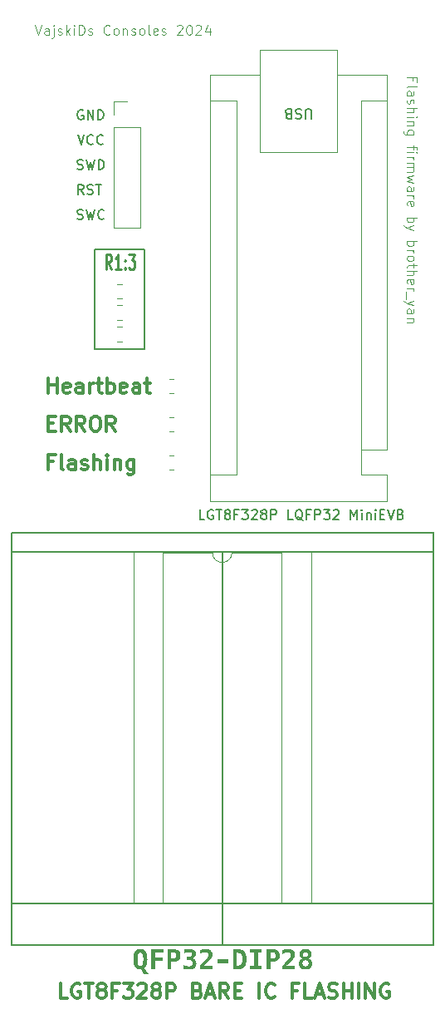
<source format=gbr>
%TF.GenerationSoftware,KiCad,Pcbnew,7.0.11+dfsg-1build4*%
%TF.CreationDate,2024-05-16T01:15:23+10:00*%
%TF.ProjectId,NoBootLoadFlasher,4e6f426f-6f74-44c6-9f61-64466c617368,rev?*%
%TF.SameCoordinates,Original*%
%TF.FileFunction,Legend,Top*%
%TF.FilePolarity,Positive*%
%FSLAX46Y46*%
G04 Gerber Fmt 4.6, Leading zero omitted, Abs format (unit mm)*
G04 Created by KiCad (PCBNEW 7.0.11+dfsg-1build4) date 2024-05-16 01:15:23*
%MOMM*%
%LPD*%
G01*
G04 APERTURE LIST*
%ADD10C,0.200000*%
%ADD11C,0.300000*%
%ADD12C,0.100000*%
%ADD13C,0.150000*%
%ADD14C,0.250000*%
%ADD15C,0.120000*%
G04 APERTURE END LIST*
D10*
X69776000Y-161798000D02*
X112776000Y-161798000D01*
X78232000Y-95123000D02*
X78232000Y-105283000D01*
X69776000Y-165989000D02*
X69776000Y-123989000D01*
X78232000Y-105283000D02*
X83312000Y-105283000D01*
X112776000Y-165938200D02*
X112776000Y-123938200D01*
X69776000Y-123989000D02*
X112776000Y-123989000D01*
X91276000Y-125970200D02*
X91276000Y-165848200D01*
X83312000Y-105283000D02*
X83312000Y-95123000D01*
X69776000Y-125989000D02*
X112776000Y-125989000D01*
X69776000Y-165989000D02*
X112776000Y-165989000D01*
X83312000Y-95123000D02*
X78232000Y-95123000D01*
D11*
X73544510Y-112855114D02*
X74044510Y-112855114D01*
X74258796Y-113640828D02*
X73544510Y-113640828D01*
X73544510Y-113640828D02*
X73544510Y-112140828D01*
X73544510Y-112140828D02*
X74258796Y-112140828D01*
X75758796Y-113640828D02*
X75258796Y-112926542D01*
X74901653Y-113640828D02*
X74901653Y-112140828D01*
X74901653Y-112140828D02*
X75473082Y-112140828D01*
X75473082Y-112140828D02*
X75615939Y-112212257D01*
X75615939Y-112212257D02*
X75687368Y-112283685D01*
X75687368Y-112283685D02*
X75758796Y-112426542D01*
X75758796Y-112426542D02*
X75758796Y-112640828D01*
X75758796Y-112640828D02*
X75687368Y-112783685D01*
X75687368Y-112783685D02*
X75615939Y-112855114D01*
X75615939Y-112855114D02*
X75473082Y-112926542D01*
X75473082Y-112926542D02*
X74901653Y-112926542D01*
X77258796Y-113640828D02*
X76758796Y-112926542D01*
X76401653Y-113640828D02*
X76401653Y-112140828D01*
X76401653Y-112140828D02*
X76973082Y-112140828D01*
X76973082Y-112140828D02*
X77115939Y-112212257D01*
X77115939Y-112212257D02*
X77187368Y-112283685D01*
X77187368Y-112283685D02*
X77258796Y-112426542D01*
X77258796Y-112426542D02*
X77258796Y-112640828D01*
X77258796Y-112640828D02*
X77187368Y-112783685D01*
X77187368Y-112783685D02*
X77115939Y-112855114D01*
X77115939Y-112855114D02*
X76973082Y-112926542D01*
X76973082Y-112926542D02*
X76401653Y-112926542D01*
X78187368Y-112140828D02*
X78473082Y-112140828D01*
X78473082Y-112140828D02*
X78615939Y-112212257D01*
X78615939Y-112212257D02*
X78758796Y-112355114D01*
X78758796Y-112355114D02*
X78830225Y-112640828D01*
X78830225Y-112640828D02*
X78830225Y-113140828D01*
X78830225Y-113140828D02*
X78758796Y-113426542D01*
X78758796Y-113426542D02*
X78615939Y-113569400D01*
X78615939Y-113569400D02*
X78473082Y-113640828D01*
X78473082Y-113640828D02*
X78187368Y-113640828D01*
X78187368Y-113640828D02*
X78044511Y-113569400D01*
X78044511Y-113569400D02*
X77901653Y-113426542D01*
X77901653Y-113426542D02*
X77830225Y-113140828D01*
X77830225Y-113140828D02*
X77830225Y-112640828D01*
X77830225Y-112640828D02*
X77901653Y-112355114D01*
X77901653Y-112355114D02*
X78044511Y-112212257D01*
X78044511Y-112212257D02*
X78187368Y-112140828D01*
X80330225Y-113640828D02*
X79830225Y-112926542D01*
X79473082Y-113640828D02*
X79473082Y-112140828D01*
X79473082Y-112140828D02*
X80044511Y-112140828D01*
X80044511Y-112140828D02*
X80187368Y-112212257D01*
X80187368Y-112212257D02*
X80258797Y-112283685D01*
X80258797Y-112283685D02*
X80330225Y-112426542D01*
X80330225Y-112426542D02*
X80330225Y-112640828D01*
X80330225Y-112640828D02*
X80258797Y-112783685D01*
X80258797Y-112783685D02*
X80187368Y-112855114D01*
X80187368Y-112855114D02*
X80044511Y-112926542D01*
X80044511Y-112926542D02*
X79473082Y-112926542D01*
D12*
X72170027Y-72278419D02*
X72503360Y-73278419D01*
X72503360Y-73278419D02*
X72836693Y-72278419D01*
X73598598Y-73278419D02*
X73598598Y-72754609D01*
X73598598Y-72754609D02*
X73550979Y-72659371D01*
X73550979Y-72659371D02*
X73455741Y-72611752D01*
X73455741Y-72611752D02*
X73265265Y-72611752D01*
X73265265Y-72611752D02*
X73170027Y-72659371D01*
X73598598Y-73230800D02*
X73503360Y-73278419D01*
X73503360Y-73278419D02*
X73265265Y-73278419D01*
X73265265Y-73278419D02*
X73170027Y-73230800D01*
X73170027Y-73230800D02*
X73122408Y-73135561D01*
X73122408Y-73135561D02*
X73122408Y-73040323D01*
X73122408Y-73040323D02*
X73170027Y-72945085D01*
X73170027Y-72945085D02*
X73265265Y-72897466D01*
X73265265Y-72897466D02*
X73503360Y-72897466D01*
X73503360Y-72897466D02*
X73598598Y-72849847D01*
X74074789Y-72611752D02*
X74074789Y-73468895D01*
X74074789Y-73468895D02*
X74027170Y-73564133D01*
X74027170Y-73564133D02*
X73931932Y-73611752D01*
X73931932Y-73611752D02*
X73884313Y-73611752D01*
X74074789Y-72278419D02*
X74027170Y-72326038D01*
X74027170Y-72326038D02*
X74074789Y-72373657D01*
X74074789Y-72373657D02*
X74122408Y-72326038D01*
X74122408Y-72326038D02*
X74074789Y-72278419D01*
X74074789Y-72278419D02*
X74074789Y-72373657D01*
X74503360Y-73230800D02*
X74598598Y-73278419D01*
X74598598Y-73278419D02*
X74789074Y-73278419D01*
X74789074Y-73278419D02*
X74884312Y-73230800D01*
X74884312Y-73230800D02*
X74931931Y-73135561D01*
X74931931Y-73135561D02*
X74931931Y-73087942D01*
X74931931Y-73087942D02*
X74884312Y-72992704D01*
X74884312Y-72992704D02*
X74789074Y-72945085D01*
X74789074Y-72945085D02*
X74646217Y-72945085D01*
X74646217Y-72945085D02*
X74550979Y-72897466D01*
X74550979Y-72897466D02*
X74503360Y-72802228D01*
X74503360Y-72802228D02*
X74503360Y-72754609D01*
X74503360Y-72754609D02*
X74550979Y-72659371D01*
X74550979Y-72659371D02*
X74646217Y-72611752D01*
X74646217Y-72611752D02*
X74789074Y-72611752D01*
X74789074Y-72611752D02*
X74884312Y-72659371D01*
X75360503Y-73278419D02*
X75360503Y-72278419D01*
X75455741Y-72897466D02*
X75741455Y-73278419D01*
X75741455Y-72611752D02*
X75360503Y-72992704D01*
X76170027Y-73278419D02*
X76170027Y-72611752D01*
X76170027Y-72278419D02*
X76122408Y-72326038D01*
X76122408Y-72326038D02*
X76170027Y-72373657D01*
X76170027Y-72373657D02*
X76217646Y-72326038D01*
X76217646Y-72326038D02*
X76170027Y-72278419D01*
X76170027Y-72278419D02*
X76170027Y-72373657D01*
X76646217Y-73278419D02*
X76646217Y-72278419D01*
X76646217Y-72278419D02*
X76884312Y-72278419D01*
X76884312Y-72278419D02*
X77027169Y-72326038D01*
X77027169Y-72326038D02*
X77122407Y-72421276D01*
X77122407Y-72421276D02*
X77170026Y-72516514D01*
X77170026Y-72516514D02*
X77217645Y-72706990D01*
X77217645Y-72706990D02*
X77217645Y-72849847D01*
X77217645Y-72849847D02*
X77170026Y-73040323D01*
X77170026Y-73040323D02*
X77122407Y-73135561D01*
X77122407Y-73135561D02*
X77027169Y-73230800D01*
X77027169Y-73230800D02*
X76884312Y-73278419D01*
X76884312Y-73278419D02*
X76646217Y-73278419D01*
X77598598Y-73230800D02*
X77693836Y-73278419D01*
X77693836Y-73278419D02*
X77884312Y-73278419D01*
X77884312Y-73278419D02*
X77979550Y-73230800D01*
X77979550Y-73230800D02*
X78027169Y-73135561D01*
X78027169Y-73135561D02*
X78027169Y-73087942D01*
X78027169Y-73087942D02*
X77979550Y-72992704D01*
X77979550Y-72992704D02*
X77884312Y-72945085D01*
X77884312Y-72945085D02*
X77741455Y-72945085D01*
X77741455Y-72945085D02*
X77646217Y-72897466D01*
X77646217Y-72897466D02*
X77598598Y-72802228D01*
X77598598Y-72802228D02*
X77598598Y-72754609D01*
X77598598Y-72754609D02*
X77646217Y-72659371D01*
X77646217Y-72659371D02*
X77741455Y-72611752D01*
X77741455Y-72611752D02*
X77884312Y-72611752D01*
X77884312Y-72611752D02*
X77979550Y-72659371D01*
X79789074Y-73183180D02*
X79741455Y-73230800D01*
X79741455Y-73230800D02*
X79598598Y-73278419D01*
X79598598Y-73278419D02*
X79503360Y-73278419D01*
X79503360Y-73278419D02*
X79360503Y-73230800D01*
X79360503Y-73230800D02*
X79265265Y-73135561D01*
X79265265Y-73135561D02*
X79217646Y-73040323D01*
X79217646Y-73040323D02*
X79170027Y-72849847D01*
X79170027Y-72849847D02*
X79170027Y-72706990D01*
X79170027Y-72706990D02*
X79217646Y-72516514D01*
X79217646Y-72516514D02*
X79265265Y-72421276D01*
X79265265Y-72421276D02*
X79360503Y-72326038D01*
X79360503Y-72326038D02*
X79503360Y-72278419D01*
X79503360Y-72278419D02*
X79598598Y-72278419D01*
X79598598Y-72278419D02*
X79741455Y-72326038D01*
X79741455Y-72326038D02*
X79789074Y-72373657D01*
X80360503Y-73278419D02*
X80265265Y-73230800D01*
X80265265Y-73230800D02*
X80217646Y-73183180D01*
X80217646Y-73183180D02*
X80170027Y-73087942D01*
X80170027Y-73087942D02*
X80170027Y-72802228D01*
X80170027Y-72802228D02*
X80217646Y-72706990D01*
X80217646Y-72706990D02*
X80265265Y-72659371D01*
X80265265Y-72659371D02*
X80360503Y-72611752D01*
X80360503Y-72611752D02*
X80503360Y-72611752D01*
X80503360Y-72611752D02*
X80598598Y-72659371D01*
X80598598Y-72659371D02*
X80646217Y-72706990D01*
X80646217Y-72706990D02*
X80693836Y-72802228D01*
X80693836Y-72802228D02*
X80693836Y-73087942D01*
X80693836Y-73087942D02*
X80646217Y-73183180D01*
X80646217Y-73183180D02*
X80598598Y-73230800D01*
X80598598Y-73230800D02*
X80503360Y-73278419D01*
X80503360Y-73278419D02*
X80360503Y-73278419D01*
X81122408Y-72611752D02*
X81122408Y-73278419D01*
X81122408Y-72706990D02*
X81170027Y-72659371D01*
X81170027Y-72659371D02*
X81265265Y-72611752D01*
X81265265Y-72611752D02*
X81408122Y-72611752D01*
X81408122Y-72611752D02*
X81503360Y-72659371D01*
X81503360Y-72659371D02*
X81550979Y-72754609D01*
X81550979Y-72754609D02*
X81550979Y-73278419D01*
X81979551Y-73230800D02*
X82074789Y-73278419D01*
X82074789Y-73278419D02*
X82265265Y-73278419D01*
X82265265Y-73278419D02*
X82360503Y-73230800D01*
X82360503Y-73230800D02*
X82408122Y-73135561D01*
X82408122Y-73135561D02*
X82408122Y-73087942D01*
X82408122Y-73087942D02*
X82360503Y-72992704D01*
X82360503Y-72992704D02*
X82265265Y-72945085D01*
X82265265Y-72945085D02*
X82122408Y-72945085D01*
X82122408Y-72945085D02*
X82027170Y-72897466D01*
X82027170Y-72897466D02*
X81979551Y-72802228D01*
X81979551Y-72802228D02*
X81979551Y-72754609D01*
X81979551Y-72754609D02*
X82027170Y-72659371D01*
X82027170Y-72659371D02*
X82122408Y-72611752D01*
X82122408Y-72611752D02*
X82265265Y-72611752D01*
X82265265Y-72611752D02*
X82360503Y-72659371D01*
X82979551Y-73278419D02*
X82884313Y-73230800D01*
X82884313Y-73230800D02*
X82836694Y-73183180D01*
X82836694Y-73183180D02*
X82789075Y-73087942D01*
X82789075Y-73087942D02*
X82789075Y-72802228D01*
X82789075Y-72802228D02*
X82836694Y-72706990D01*
X82836694Y-72706990D02*
X82884313Y-72659371D01*
X82884313Y-72659371D02*
X82979551Y-72611752D01*
X82979551Y-72611752D02*
X83122408Y-72611752D01*
X83122408Y-72611752D02*
X83217646Y-72659371D01*
X83217646Y-72659371D02*
X83265265Y-72706990D01*
X83265265Y-72706990D02*
X83312884Y-72802228D01*
X83312884Y-72802228D02*
X83312884Y-73087942D01*
X83312884Y-73087942D02*
X83265265Y-73183180D01*
X83265265Y-73183180D02*
X83217646Y-73230800D01*
X83217646Y-73230800D02*
X83122408Y-73278419D01*
X83122408Y-73278419D02*
X82979551Y-73278419D01*
X83884313Y-73278419D02*
X83789075Y-73230800D01*
X83789075Y-73230800D02*
X83741456Y-73135561D01*
X83741456Y-73135561D02*
X83741456Y-72278419D01*
X84646218Y-73230800D02*
X84550980Y-73278419D01*
X84550980Y-73278419D02*
X84360504Y-73278419D01*
X84360504Y-73278419D02*
X84265266Y-73230800D01*
X84265266Y-73230800D02*
X84217647Y-73135561D01*
X84217647Y-73135561D02*
X84217647Y-72754609D01*
X84217647Y-72754609D02*
X84265266Y-72659371D01*
X84265266Y-72659371D02*
X84360504Y-72611752D01*
X84360504Y-72611752D02*
X84550980Y-72611752D01*
X84550980Y-72611752D02*
X84646218Y-72659371D01*
X84646218Y-72659371D02*
X84693837Y-72754609D01*
X84693837Y-72754609D02*
X84693837Y-72849847D01*
X84693837Y-72849847D02*
X84217647Y-72945085D01*
X85074790Y-73230800D02*
X85170028Y-73278419D01*
X85170028Y-73278419D02*
X85360504Y-73278419D01*
X85360504Y-73278419D02*
X85455742Y-73230800D01*
X85455742Y-73230800D02*
X85503361Y-73135561D01*
X85503361Y-73135561D02*
X85503361Y-73087942D01*
X85503361Y-73087942D02*
X85455742Y-72992704D01*
X85455742Y-72992704D02*
X85360504Y-72945085D01*
X85360504Y-72945085D02*
X85217647Y-72945085D01*
X85217647Y-72945085D02*
X85122409Y-72897466D01*
X85122409Y-72897466D02*
X85074790Y-72802228D01*
X85074790Y-72802228D02*
X85074790Y-72754609D01*
X85074790Y-72754609D02*
X85122409Y-72659371D01*
X85122409Y-72659371D02*
X85217647Y-72611752D01*
X85217647Y-72611752D02*
X85360504Y-72611752D01*
X85360504Y-72611752D02*
X85455742Y-72659371D01*
X86646219Y-72373657D02*
X86693838Y-72326038D01*
X86693838Y-72326038D02*
X86789076Y-72278419D01*
X86789076Y-72278419D02*
X87027171Y-72278419D01*
X87027171Y-72278419D02*
X87122409Y-72326038D01*
X87122409Y-72326038D02*
X87170028Y-72373657D01*
X87170028Y-72373657D02*
X87217647Y-72468895D01*
X87217647Y-72468895D02*
X87217647Y-72564133D01*
X87217647Y-72564133D02*
X87170028Y-72706990D01*
X87170028Y-72706990D02*
X86598600Y-73278419D01*
X86598600Y-73278419D02*
X87217647Y-73278419D01*
X87836695Y-72278419D02*
X87931933Y-72278419D01*
X87931933Y-72278419D02*
X88027171Y-72326038D01*
X88027171Y-72326038D02*
X88074790Y-72373657D01*
X88074790Y-72373657D02*
X88122409Y-72468895D01*
X88122409Y-72468895D02*
X88170028Y-72659371D01*
X88170028Y-72659371D02*
X88170028Y-72897466D01*
X88170028Y-72897466D02*
X88122409Y-73087942D01*
X88122409Y-73087942D02*
X88074790Y-73183180D01*
X88074790Y-73183180D02*
X88027171Y-73230800D01*
X88027171Y-73230800D02*
X87931933Y-73278419D01*
X87931933Y-73278419D02*
X87836695Y-73278419D01*
X87836695Y-73278419D02*
X87741457Y-73230800D01*
X87741457Y-73230800D02*
X87693838Y-73183180D01*
X87693838Y-73183180D02*
X87646219Y-73087942D01*
X87646219Y-73087942D02*
X87598600Y-72897466D01*
X87598600Y-72897466D02*
X87598600Y-72659371D01*
X87598600Y-72659371D02*
X87646219Y-72468895D01*
X87646219Y-72468895D02*
X87693838Y-72373657D01*
X87693838Y-72373657D02*
X87741457Y-72326038D01*
X87741457Y-72326038D02*
X87836695Y-72278419D01*
X88550981Y-72373657D02*
X88598600Y-72326038D01*
X88598600Y-72326038D02*
X88693838Y-72278419D01*
X88693838Y-72278419D02*
X88931933Y-72278419D01*
X88931933Y-72278419D02*
X89027171Y-72326038D01*
X89027171Y-72326038D02*
X89074790Y-72373657D01*
X89074790Y-72373657D02*
X89122409Y-72468895D01*
X89122409Y-72468895D02*
X89122409Y-72564133D01*
X89122409Y-72564133D02*
X89074790Y-72706990D01*
X89074790Y-72706990D02*
X88503362Y-73278419D01*
X88503362Y-73278419D02*
X89122409Y-73278419D01*
X89979552Y-72611752D02*
X89979552Y-73278419D01*
X89741457Y-72230800D02*
X89503362Y-72945085D01*
X89503362Y-72945085D02*
X90122409Y-72945085D01*
D11*
X75462196Y-171403228D02*
X74747910Y-171403228D01*
X74747910Y-171403228D02*
X74747910Y-169903228D01*
X76747911Y-169974657D02*
X76605054Y-169903228D01*
X76605054Y-169903228D02*
X76390768Y-169903228D01*
X76390768Y-169903228D02*
X76176482Y-169974657D01*
X76176482Y-169974657D02*
X76033625Y-170117514D01*
X76033625Y-170117514D02*
X75962196Y-170260371D01*
X75962196Y-170260371D02*
X75890768Y-170546085D01*
X75890768Y-170546085D02*
X75890768Y-170760371D01*
X75890768Y-170760371D02*
X75962196Y-171046085D01*
X75962196Y-171046085D02*
X76033625Y-171188942D01*
X76033625Y-171188942D02*
X76176482Y-171331800D01*
X76176482Y-171331800D02*
X76390768Y-171403228D01*
X76390768Y-171403228D02*
X76533625Y-171403228D01*
X76533625Y-171403228D02*
X76747911Y-171331800D01*
X76747911Y-171331800D02*
X76819339Y-171260371D01*
X76819339Y-171260371D02*
X76819339Y-170760371D01*
X76819339Y-170760371D02*
X76533625Y-170760371D01*
X77247911Y-169903228D02*
X78105054Y-169903228D01*
X77676482Y-171403228D02*
X77676482Y-169903228D01*
X78819339Y-170546085D02*
X78676482Y-170474657D01*
X78676482Y-170474657D02*
X78605053Y-170403228D01*
X78605053Y-170403228D02*
X78533625Y-170260371D01*
X78533625Y-170260371D02*
X78533625Y-170188942D01*
X78533625Y-170188942D02*
X78605053Y-170046085D01*
X78605053Y-170046085D02*
X78676482Y-169974657D01*
X78676482Y-169974657D02*
X78819339Y-169903228D01*
X78819339Y-169903228D02*
X79105053Y-169903228D01*
X79105053Y-169903228D02*
X79247911Y-169974657D01*
X79247911Y-169974657D02*
X79319339Y-170046085D01*
X79319339Y-170046085D02*
X79390768Y-170188942D01*
X79390768Y-170188942D02*
X79390768Y-170260371D01*
X79390768Y-170260371D02*
X79319339Y-170403228D01*
X79319339Y-170403228D02*
X79247911Y-170474657D01*
X79247911Y-170474657D02*
X79105053Y-170546085D01*
X79105053Y-170546085D02*
X78819339Y-170546085D01*
X78819339Y-170546085D02*
X78676482Y-170617514D01*
X78676482Y-170617514D02*
X78605053Y-170688942D01*
X78605053Y-170688942D02*
X78533625Y-170831800D01*
X78533625Y-170831800D02*
X78533625Y-171117514D01*
X78533625Y-171117514D02*
X78605053Y-171260371D01*
X78605053Y-171260371D02*
X78676482Y-171331800D01*
X78676482Y-171331800D02*
X78819339Y-171403228D01*
X78819339Y-171403228D02*
X79105053Y-171403228D01*
X79105053Y-171403228D02*
X79247911Y-171331800D01*
X79247911Y-171331800D02*
X79319339Y-171260371D01*
X79319339Y-171260371D02*
X79390768Y-171117514D01*
X79390768Y-171117514D02*
X79390768Y-170831800D01*
X79390768Y-170831800D02*
X79319339Y-170688942D01*
X79319339Y-170688942D02*
X79247911Y-170617514D01*
X79247911Y-170617514D02*
X79105053Y-170546085D01*
X80533624Y-170617514D02*
X80033624Y-170617514D01*
X80033624Y-171403228D02*
X80033624Y-169903228D01*
X80033624Y-169903228D02*
X80747910Y-169903228D01*
X81176481Y-169903228D02*
X82105053Y-169903228D01*
X82105053Y-169903228D02*
X81605053Y-170474657D01*
X81605053Y-170474657D02*
X81819338Y-170474657D01*
X81819338Y-170474657D02*
X81962196Y-170546085D01*
X81962196Y-170546085D02*
X82033624Y-170617514D01*
X82033624Y-170617514D02*
X82105053Y-170760371D01*
X82105053Y-170760371D02*
X82105053Y-171117514D01*
X82105053Y-171117514D02*
X82033624Y-171260371D01*
X82033624Y-171260371D02*
X81962196Y-171331800D01*
X81962196Y-171331800D02*
X81819338Y-171403228D01*
X81819338Y-171403228D02*
X81390767Y-171403228D01*
X81390767Y-171403228D02*
X81247910Y-171331800D01*
X81247910Y-171331800D02*
X81176481Y-171260371D01*
X82676481Y-170046085D02*
X82747909Y-169974657D01*
X82747909Y-169974657D02*
X82890767Y-169903228D01*
X82890767Y-169903228D02*
X83247909Y-169903228D01*
X83247909Y-169903228D02*
X83390767Y-169974657D01*
X83390767Y-169974657D02*
X83462195Y-170046085D01*
X83462195Y-170046085D02*
X83533624Y-170188942D01*
X83533624Y-170188942D02*
X83533624Y-170331800D01*
X83533624Y-170331800D02*
X83462195Y-170546085D01*
X83462195Y-170546085D02*
X82605052Y-171403228D01*
X82605052Y-171403228D02*
X83533624Y-171403228D01*
X84390766Y-170546085D02*
X84247909Y-170474657D01*
X84247909Y-170474657D02*
X84176480Y-170403228D01*
X84176480Y-170403228D02*
X84105052Y-170260371D01*
X84105052Y-170260371D02*
X84105052Y-170188942D01*
X84105052Y-170188942D02*
X84176480Y-170046085D01*
X84176480Y-170046085D02*
X84247909Y-169974657D01*
X84247909Y-169974657D02*
X84390766Y-169903228D01*
X84390766Y-169903228D02*
X84676480Y-169903228D01*
X84676480Y-169903228D02*
X84819338Y-169974657D01*
X84819338Y-169974657D02*
X84890766Y-170046085D01*
X84890766Y-170046085D02*
X84962195Y-170188942D01*
X84962195Y-170188942D02*
X84962195Y-170260371D01*
X84962195Y-170260371D02*
X84890766Y-170403228D01*
X84890766Y-170403228D02*
X84819338Y-170474657D01*
X84819338Y-170474657D02*
X84676480Y-170546085D01*
X84676480Y-170546085D02*
X84390766Y-170546085D01*
X84390766Y-170546085D02*
X84247909Y-170617514D01*
X84247909Y-170617514D02*
X84176480Y-170688942D01*
X84176480Y-170688942D02*
X84105052Y-170831800D01*
X84105052Y-170831800D02*
X84105052Y-171117514D01*
X84105052Y-171117514D02*
X84176480Y-171260371D01*
X84176480Y-171260371D02*
X84247909Y-171331800D01*
X84247909Y-171331800D02*
X84390766Y-171403228D01*
X84390766Y-171403228D02*
X84676480Y-171403228D01*
X84676480Y-171403228D02*
X84819338Y-171331800D01*
X84819338Y-171331800D02*
X84890766Y-171260371D01*
X84890766Y-171260371D02*
X84962195Y-171117514D01*
X84962195Y-171117514D02*
X84962195Y-170831800D01*
X84962195Y-170831800D02*
X84890766Y-170688942D01*
X84890766Y-170688942D02*
X84819338Y-170617514D01*
X84819338Y-170617514D02*
X84676480Y-170546085D01*
X85605051Y-171403228D02*
X85605051Y-169903228D01*
X85605051Y-169903228D02*
X86176480Y-169903228D01*
X86176480Y-169903228D02*
X86319337Y-169974657D01*
X86319337Y-169974657D02*
X86390766Y-170046085D01*
X86390766Y-170046085D02*
X86462194Y-170188942D01*
X86462194Y-170188942D02*
X86462194Y-170403228D01*
X86462194Y-170403228D02*
X86390766Y-170546085D01*
X86390766Y-170546085D02*
X86319337Y-170617514D01*
X86319337Y-170617514D02*
X86176480Y-170688942D01*
X86176480Y-170688942D02*
X85605051Y-170688942D01*
X88747908Y-170617514D02*
X88962194Y-170688942D01*
X88962194Y-170688942D02*
X89033623Y-170760371D01*
X89033623Y-170760371D02*
X89105051Y-170903228D01*
X89105051Y-170903228D02*
X89105051Y-171117514D01*
X89105051Y-171117514D02*
X89033623Y-171260371D01*
X89033623Y-171260371D02*
X88962194Y-171331800D01*
X88962194Y-171331800D02*
X88819337Y-171403228D01*
X88819337Y-171403228D02*
X88247908Y-171403228D01*
X88247908Y-171403228D02*
X88247908Y-169903228D01*
X88247908Y-169903228D02*
X88747908Y-169903228D01*
X88747908Y-169903228D02*
X88890766Y-169974657D01*
X88890766Y-169974657D02*
X88962194Y-170046085D01*
X88962194Y-170046085D02*
X89033623Y-170188942D01*
X89033623Y-170188942D02*
X89033623Y-170331800D01*
X89033623Y-170331800D02*
X88962194Y-170474657D01*
X88962194Y-170474657D02*
X88890766Y-170546085D01*
X88890766Y-170546085D02*
X88747908Y-170617514D01*
X88747908Y-170617514D02*
X88247908Y-170617514D01*
X89676480Y-170974657D02*
X90390766Y-170974657D01*
X89533623Y-171403228D02*
X90033623Y-169903228D01*
X90033623Y-169903228D02*
X90533623Y-171403228D01*
X91890765Y-171403228D02*
X91390765Y-170688942D01*
X91033622Y-171403228D02*
X91033622Y-169903228D01*
X91033622Y-169903228D02*
X91605051Y-169903228D01*
X91605051Y-169903228D02*
X91747908Y-169974657D01*
X91747908Y-169974657D02*
X91819337Y-170046085D01*
X91819337Y-170046085D02*
X91890765Y-170188942D01*
X91890765Y-170188942D02*
X91890765Y-170403228D01*
X91890765Y-170403228D02*
X91819337Y-170546085D01*
X91819337Y-170546085D02*
X91747908Y-170617514D01*
X91747908Y-170617514D02*
X91605051Y-170688942D01*
X91605051Y-170688942D02*
X91033622Y-170688942D01*
X92533622Y-170617514D02*
X93033622Y-170617514D01*
X93247908Y-171403228D02*
X92533622Y-171403228D01*
X92533622Y-171403228D02*
X92533622Y-169903228D01*
X92533622Y-169903228D02*
X93247908Y-169903228D01*
X95033622Y-171403228D02*
X95033622Y-169903228D01*
X96605051Y-171260371D02*
X96533623Y-171331800D01*
X96533623Y-171331800D02*
X96319337Y-171403228D01*
X96319337Y-171403228D02*
X96176480Y-171403228D01*
X96176480Y-171403228D02*
X95962194Y-171331800D01*
X95962194Y-171331800D02*
X95819337Y-171188942D01*
X95819337Y-171188942D02*
X95747908Y-171046085D01*
X95747908Y-171046085D02*
X95676480Y-170760371D01*
X95676480Y-170760371D02*
X95676480Y-170546085D01*
X95676480Y-170546085D02*
X95747908Y-170260371D01*
X95747908Y-170260371D02*
X95819337Y-170117514D01*
X95819337Y-170117514D02*
X95962194Y-169974657D01*
X95962194Y-169974657D02*
X96176480Y-169903228D01*
X96176480Y-169903228D02*
X96319337Y-169903228D01*
X96319337Y-169903228D02*
X96533623Y-169974657D01*
X96533623Y-169974657D02*
X96605051Y-170046085D01*
X98890765Y-170617514D02*
X98390765Y-170617514D01*
X98390765Y-171403228D02*
X98390765Y-169903228D01*
X98390765Y-169903228D02*
X99105051Y-169903228D01*
X100390765Y-171403228D02*
X99676479Y-171403228D01*
X99676479Y-171403228D02*
X99676479Y-169903228D01*
X100819337Y-170974657D02*
X101533623Y-170974657D01*
X100676480Y-171403228D02*
X101176480Y-169903228D01*
X101176480Y-169903228D02*
X101676480Y-171403228D01*
X102105051Y-171331800D02*
X102319337Y-171403228D01*
X102319337Y-171403228D02*
X102676479Y-171403228D01*
X102676479Y-171403228D02*
X102819337Y-171331800D01*
X102819337Y-171331800D02*
X102890765Y-171260371D01*
X102890765Y-171260371D02*
X102962194Y-171117514D01*
X102962194Y-171117514D02*
X102962194Y-170974657D01*
X102962194Y-170974657D02*
X102890765Y-170831800D01*
X102890765Y-170831800D02*
X102819337Y-170760371D01*
X102819337Y-170760371D02*
X102676479Y-170688942D01*
X102676479Y-170688942D02*
X102390765Y-170617514D01*
X102390765Y-170617514D02*
X102247908Y-170546085D01*
X102247908Y-170546085D02*
X102176479Y-170474657D01*
X102176479Y-170474657D02*
X102105051Y-170331800D01*
X102105051Y-170331800D02*
X102105051Y-170188942D01*
X102105051Y-170188942D02*
X102176479Y-170046085D01*
X102176479Y-170046085D02*
X102247908Y-169974657D01*
X102247908Y-169974657D02*
X102390765Y-169903228D01*
X102390765Y-169903228D02*
X102747908Y-169903228D01*
X102747908Y-169903228D02*
X102962194Y-169974657D01*
X103605050Y-171403228D02*
X103605050Y-169903228D01*
X103605050Y-170617514D02*
X104462193Y-170617514D01*
X104462193Y-171403228D02*
X104462193Y-169903228D01*
X105176479Y-171403228D02*
X105176479Y-169903228D01*
X105890765Y-171403228D02*
X105890765Y-169903228D01*
X105890765Y-169903228D02*
X106747908Y-171403228D01*
X106747908Y-171403228D02*
X106747908Y-169903228D01*
X108247909Y-169974657D02*
X108105052Y-169903228D01*
X108105052Y-169903228D02*
X107890766Y-169903228D01*
X107890766Y-169903228D02*
X107676480Y-169974657D01*
X107676480Y-169974657D02*
X107533623Y-170117514D01*
X107533623Y-170117514D02*
X107462194Y-170260371D01*
X107462194Y-170260371D02*
X107390766Y-170546085D01*
X107390766Y-170546085D02*
X107390766Y-170760371D01*
X107390766Y-170760371D02*
X107462194Y-171046085D01*
X107462194Y-171046085D02*
X107533623Y-171188942D01*
X107533623Y-171188942D02*
X107676480Y-171331800D01*
X107676480Y-171331800D02*
X107890766Y-171403228D01*
X107890766Y-171403228D02*
X108033623Y-171403228D01*
X108033623Y-171403228D02*
X108247909Y-171331800D01*
X108247909Y-171331800D02*
X108319337Y-171260371D01*
X108319337Y-171260371D02*
X108319337Y-170760371D01*
X108319337Y-170760371D02*
X108033623Y-170760371D01*
D13*
X76489160Y-86944200D02*
X76632017Y-86991819D01*
X76632017Y-86991819D02*
X76870112Y-86991819D01*
X76870112Y-86991819D02*
X76965350Y-86944200D01*
X76965350Y-86944200D02*
X77012969Y-86896580D01*
X77012969Y-86896580D02*
X77060588Y-86801342D01*
X77060588Y-86801342D02*
X77060588Y-86706104D01*
X77060588Y-86706104D02*
X77012969Y-86610866D01*
X77012969Y-86610866D02*
X76965350Y-86563247D01*
X76965350Y-86563247D02*
X76870112Y-86515628D01*
X76870112Y-86515628D02*
X76679636Y-86468009D01*
X76679636Y-86468009D02*
X76584398Y-86420390D01*
X76584398Y-86420390D02*
X76536779Y-86372771D01*
X76536779Y-86372771D02*
X76489160Y-86277533D01*
X76489160Y-86277533D02*
X76489160Y-86182295D01*
X76489160Y-86182295D02*
X76536779Y-86087057D01*
X76536779Y-86087057D02*
X76584398Y-86039438D01*
X76584398Y-86039438D02*
X76679636Y-85991819D01*
X76679636Y-85991819D02*
X76917731Y-85991819D01*
X76917731Y-85991819D02*
X77060588Y-86039438D01*
X77393922Y-85991819D02*
X77632017Y-86991819D01*
X77632017Y-86991819D02*
X77822493Y-86277533D01*
X77822493Y-86277533D02*
X78012969Y-86991819D01*
X78012969Y-86991819D02*
X78251065Y-85991819D01*
X78632017Y-86991819D02*
X78632017Y-85991819D01*
X78632017Y-85991819D02*
X78870112Y-85991819D01*
X78870112Y-85991819D02*
X79012969Y-86039438D01*
X79012969Y-86039438D02*
X79108207Y-86134676D01*
X79108207Y-86134676D02*
X79155826Y-86229914D01*
X79155826Y-86229914D02*
X79203445Y-86420390D01*
X79203445Y-86420390D02*
X79203445Y-86563247D01*
X79203445Y-86563247D02*
X79155826Y-86753723D01*
X79155826Y-86753723D02*
X79108207Y-86848961D01*
X79108207Y-86848961D02*
X79012969Y-86944200D01*
X79012969Y-86944200D02*
X78870112Y-86991819D01*
X78870112Y-86991819D02*
X78632017Y-86991819D01*
D12*
X110633390Y-77977217D02*
X110633390Y-77643884D01*
X110109580Y-77643884D02*
X111109580Y-77643884D01*
X111109580Y-77643884D02*
X111109580Y-78120074D01*
X110109580Y-78643884D02*
X110157200Y-78548646D01*
X110157200Y-78548646D02*
X110252438Y-78501027D01*
X110252438Y-78501027D02*
X111109580Y-78501027D01*
X110109580Y-79453408D02*
X110633390Y-79453408D01*
X110633390Y-79453408D02*
X110728628Y-79405789D01*
X110728628Y-79405789D02*
X110776247Y-79310551D01*
X110776247Y-79310551D02*
X110776247Y-79120075D01*
X110776247Y-79120075D02*
X110728628Y-79024837D01*
X110157200Y-79453408D02*
X110109580Y-79358170D01*
X110109580Y-79358170D02*
X110109580Y-79120075D01*
X110109580Y-79120075D02*
X110157200Y-79024837D01*
X110157200Y-79024837D02*
X110252438Y-78977218D01*
X110252438Y-78977218D02*
X110347676Y-78977218D01*
X110347676Y-78977218D02*
X110442914Y-79024837D01*
X110442914Y-79024837D02*
X110490533Y-79120075D01*
X110490533Y-79120075D02*
X110490533Y-79358170D01*
X110490533Y-79358170D02*
X110538152Y-79453408D01*
X110157200Y-79881980D02*
X110109580Y-79977218D01*
X110109580Y-79977218D02*
X110109580Y-80167694D01*
X110109580Y-80167694D02*
X110157200Y-80262932D01*
X110157200Y-80262932D02*
X110252438Y-80310551D01*
X110252438Y-80310551D02*
X110300057Y-80310551D01*
X110300057Y-80310551D02*
X110395295Y-80262932D01*
X110395295Y-80262932D02*
X110442914Y-80167694D01*
X110442914Y-80167694D02*
X110442914Y-80024837D01*
X110442914Y-80024837D02*
X110490533Y-79929599D01*
X110490533Y-79929599D02*
X110585771Y-79881980D01*
X110585771Y-79881980D02*
X110633390Y-79881980D01*
X110633390Y-79881980D02*
X110728628Y-79929599D01*
X110728628Y-79929599D02*
X110776247Y-80024837D01*
X110776247Y-80024837D02*
X110776247Y-80167694D01*
X110776247Y-80167694D02*
X110728628Y-80262932D01*
X110109580Y-80739123D02*
X111109580Y-80739123D01*
X110109580Y-81167694D02*
X110633390Y-81167694D01*
X110633390Y-81167694D02*
X110728628Y-81120075D01*
X110728628Y-81120075D02*
X110776247Y-81024837D01*
X110776247Y-81024837D02*
X110776247Y-80881980D01*
X110776247Y-80881980D02*
X110728628Y-80786742D01*
X110728628Y-80786742D02*
X110681009Y-80739123D01*
X110109580Y-81643885D02*
X110776247Y-81643885D01*
X111109580Y-81643885D02*
X111061961Y-81596266D01*
X111061961Y-81596266D02*
X111014342Y-81643885D01*
X111014342Y-81643885D02*
X111061961Y-81691504D01*
X111061961Y-81691504D02*
X111109580Y-81643885D01*
X111109580Y-81643885D02*
X111014342Y-81643885D01*
X110776247Y-82120075D02*
X110109580Y-82120075D01*
X110681009Y-82120075D02*
X110728628Y-82167694D01*
X110728628Y-82167694D02*
X110776247Y-82262932D01*
X110776247Y-82262932D02*
X110776247Y-82405789D01*
X110776247Y-82405789D02*
X110728628Y-82501027D01*
X110728628Y-82501027D02*
X110633390Y-82548646D01*
X110633390Y-82548646D02*
X110109580Y-82548646D01*
X110776247Y-83453408D02*
X109966723Y-83453408D01*
X109966723Y-83453408D02*
X109871485Y-83405789D01*
X109871485Y-83405789D02*
X109823866Y-83358170D01*
X109823866Y-83358170D02*
X109776247Y-83262932D01*
X109776247Y-83262932D02*
X109776247Y-83120075D01*
X109776247Y-83120075D02*
X109823866Y-83024837D01*
X110157200Y-83453408D02*
X110109580Y-83358170D01*
X110109580Y-83358170D02*
X110109580Y-83167694D01*
X110109580Y-83167694D02*
X110157200Y-83072456D01*
X110157200Y-83072456D02*
X110204819Y-83024837D01*
X110204819Y-83024837D02*
X110300057Y-82977218D01*
X110300057Y-82977218D02*
X110585771Y-82977218D01*
X110585771Y-82977218D02*
X110681009Y-83024837D01*
X110681009Y-83024837D02*
X110728628Y-83072456D01*
X110728628Y-83072456D02*
X110776247Y-83167694D01*
X110776247Y-83167694D02*
X110776247Y-83358170D01*
X110776247Y-83358170D02*
X110728628Y-83453408D01*
X110776247Y-84548647D02*
X110776247Y-84929599D01*
X110109580Y-84691504D02*
X110966723Y-84691504D01*
X110966723Y-84691504D02*
X111061961Y-84739123D01*
X111061961Y-84739123D02*
X111109580Y-84834361D01*
X111109580Y-84834361D02*
X111109580Y-84929599D01*
X110109580Y-85262933D02*
X110776247Y-85262933D01*
X111109580Y-85262933D02*
X111061961Y-85215314D01*
X111061961Y-85215314D02*
X111014342Y-85262933D01*
X111014342Y-85262933D02*
X111061961Y-85310552D01*
X111061961Y-85310552D02*
X111109580Y-85262933D01*
X111109580Y-85262933D02*
X111014342Y-85262933D01*
X110109580Y-85739123D02*
X110776247Y-85739123D01*
X110585771Y-85739123D02*
X110681009Y-85786742D01*
X110681009Y-85786742D02*
X110728628Y-85834361D01*
X110728628Y-85834361D02*
X110776247Y-85929599D01*
X110776247Y-85929599D02*
X110776247Y-86024837D01*
X110109580Y-86358171D02*
X110776247Y-86358171D01*
X110681009Y-86358171D02*
X110728628Y-86405790D01*
X110728628Y-86405790D02*
X110776247Y-86501028D01*
X110776247Y-86501028D02*
X110776247Y-86643885D01*
X110776247Y-86643885D02*
X110728628Y-86739123D01*
X110728628Y-86739123D02*
X110633390Y-86786742D01*
X110633390Y-86786742D02*
X110109580Y-86786742D01*
X110633390Y-86786742D02*
X110728628Y-86834361D01*
X110728628Y-86834361D02*
X110776247Y-86929599D01*
X110776247Y-86929599D02*
X110776247Y-87072456D01*
X110776247Y-87072456D02*
X110728628Y-87167695D01*
X110728628Y-87167695D02*
X110633390Y-87215314D01*
X110633390Y-87215314D02*
X110109580Y-87215314D01*
X110776247Y-87596266D02*
X110109580Y-87786742D01*
X110109580Y-87786742D02*
X110585771Y-87977218D01*
X110585771Y-87977218D02*
X110109580Y-88167694D01*
X110109580Y-88167694D02*
X110776247Y-88358170D01*
X110109580Y-89167694D02*
X110633390Y-89167694D01*
X110633390Y-89167694D02*
X110728628Y-89120075D01*
X110728628Y-89120075D02*
X110776247Y-89024837D01*
X110776247Y-89024837D02*
X110776247Y-88834361D01*
X110776247Y-88834361D02*
X110728628Y-88739123D01*
X110157200Y-89167694D02*
X110109580Y-89072456D01*
X110109580Y-89072456D02*
X110109580Y-88834361D01*
X110109580Y-88834361D02*
X110157200Y-88739123D01*
X110157200Y-88739123D02*
X110252438Y-88691504D01*
X110252438Y-88691504D02*
X110347676Y-88691504D01*
X110347676Y-88691504D02*
X110442914Y-88739123D01*
X110442914Y-88739123D02*
X110490533Y-88834361D01*
X110490533Y-88834361D02*
X110490533Y-89072456D01*
X110490533Y-89072456D02*
X110538152Y-89167694D01*
X110109580Y-89643885D02*
X110776247Y-89643885D01*
X110585771Y-89643885D02*
X110681009Y-89691504D01*
X110681009Y-89691504D02*
X110728628Y-89739123D01*
X110728628Y-89739123D02*
X110776247Y-89834361D01*
X110776247Y-89834361D02*
X110776247Y-89929599D01*
X110157200Y-90643885D02*
X110109580Y-90548647D01*
X110109580Y-90548647D02*
X110109580Y-90358171D01*
X110109580Y-90358171D02*
X110157200Y-90262933D01*
X110157200Y-90262933D02*
X110252438Y-90215314D01*
X110252438Y-90215314D02*
X110633390Y-90215314D01*
X110633390Y-90215314D02*
X110728628Y-90262933D01*
X110728628Y-90262933D02*
X110776247Y-90358171D01*
X110776247Y-90358171D02*
X110776247Y-90548647D01*
X110776247Y-90548647D02*
X110728628Y-90643885D01*
X110728628Y-90643885D02*
X110633390Y-90691504D01*
X110633390Y-90691504D02*
X110538152Y-90691504D01*
X110538152Y-90691504D02*
X110442914Y-90215314D01*
X110109580Y-91881981D02*
X111109580Y-91881981D01*
X110728628Y-91881981D02*
X110776247Y-91977219D01*
X110776247Y-91977219D02*
X110776247Y-92167695D01*
X110776247Y-92167695D02*
X110728628Y-92262933D01*
X110728628Y-92262933D02*
X110681009Y-92310552D01*
X110681009Y-92310552D02*
X110585771Y-92358171D01*
X110585771Y-92358171D02*
X110300057Y-92358171D01*
X110300057Y-92358171D02*
X110204819Y-92310552D01*
X110204819Y-92310552D02*
X110157200Y-92262933D01*
X110157200Y-92262933D02*
X110109580Y-92167695D01*
X110109580Y-92167695D02*
X110109580Y-91977219D01*
X110109580Y-91977219D02*
X110157200Y-91881981D01*
X110776247Y-92691505D02*
X110109580Y-92929600D01*
X110776247Y-93167695D02*
X110109580Y-92929600D01*
X110109580Y-92929600D02*
X109871485Y-92834362D01*
X109871485Y-92834362D02*
X109823866Y-92786743D01*
X109823866Y-92786743D02*
X109776247Y-92691505D01*
X110109580Y-94310553D02*
X111109580Y-94310553D01*
X110728628Y-94310553D02*
X110776247Y-94405791D01*
X110776247Y-94405791D02*
X110776247Y-94596267D01*
X110776247Y-94596267D02*
X110728628Y-94691505D01*
X110728628Y-94691505D02*
X110681009Y-94739124D01*
X110681009Y-94739124D02*
X110585771Y-94786743D01*
X110585771Y-94786743D02*
X110300057Y-94786743D01*
X110300057Y-94786743D02*
X110204819Y-94739124D01*
X110204819Y-94739124D02*
X110157200Y-94691505D01*
X110157200Y-94691505D02*
X110109580Y-94596267D01*
X110109580Y-94596267D02*
X110109580Y-94405791D01*
X110109580Y-94405791D02*
X110157200Y-94310553D01*
X110109580Y-95215315D02*
X110776247Y-95215315D01*
X110585771Y-95215315D02*
X110681009Y-95262934D01*
X110681009Y-95262934D02*
X110728628Y-95310553D01*
X110728628Y-95310553D02*
X110776247Y-95405791D01*
X110776247Y-95405791D02*
X110776247Y-95501029D01*
X110109580Y-95977220D02*
X110157200Y-95881982D01*
X110157200Y-95881982D02*
X110204819Y-95834363D01*
X110204819Y-95834363D02*
X110300057Y-95786744D01*
X110300057Y-95786744D02*
X110585771Y-95786744D01*
X110585771Y-95786744D02*
X110681009Y-95834363D01*
X110681009Y-95834363D02*
X110728628Y-95881982D01*
X110728628Y-95881982D02*
X110776247Y-95977220D01*
X110776247Y-95977220D02*
X110776247Y-96120077D01*
X110776247Y-96120077D02*
X110728628Y-96215315D01*
X110728628Y-96215315D02*
X110681009Y-96262934D01*
X110681009Y-96262934D02*
X110585771Y-96310553D01*
X110585771Y-96310553D02*
X110300057Y-96310553D01*
X110300057Y-96310553D02*
X110204819Y-96262934D01*
X110204819Y-96262934D02*
X110157200Y-96215315D01*
X110157200Y-96215315D02*
X110109580Y-96120077D01*
X110109580Y-96120077D02*
X110109580Y-95977220D01*
X110776247Y-96596268D02*
X110776247Y-96977220D01*
X111109580Y-96739125D02*
X110252438Y-96739125D01*
X110252438Y-96739125D02*
X110157200Y-96786744D01*
X110157200Y-96786744D02*
X110109580Y-96881982D01*
X110109580Y-96881982D02*
X110109580Y-96977220D01*
X110109580Y-97310554D02*
X111109580Y-97310554D01*
X110109580Y-97739125D02*
X110633390Y-97739125D01*
X110633390Y-97739125D02*
X110728628Y-97691506D01*
X110728628Y-97691506D02*
X110776247Y-97596268D01*
X110776247Y-97596268D02*
X110776247Y-97453411D01*
X110776247Y-97453411D02*
X110728628Y-97358173D01*
X110728628Y-97358173D02*
X110681009Y-97310554D01*
X110157200Y-98596268D02*
X110109580Y-98501030D01*
X110109580Y-98501030D02*
X110109580Y-98310554D01*
X110109580Y-98310554D02*
X110157200Y-98215316D01*
X110157200Y-98215316D02*
X110252438Y-98167697D01*
X110252438Y-98167697D02*
X110633390Y-98167697D01*
X110633390Y-98167697D02*
X110728628Y-98215316D01*
X110728628Y-98215316D02*
X110776247Y-98310554D01*
X110776247Y-98310554D02*
X110776247Y-98501030D01*
X110776247Y-98501030D02*
X110728628Y-98596268D01*
X110728628Y-98596268D02*
X110633390Y-98643887D01*
X110633390Y-98643887D02*
X110538152Y-98643887D01*
X110538152Y-98643887D02*
X110442914Y-98167697D01*
X110109580Y-99072459D02*
X110776247Y-99072459D01*
X110585771Y-99072459D02*
X110681009Y-99120078D01*
X110681009Y-99120078D02*
X110728628Y-99167697D01*
X110728628Y-99167697D02*
X110776247Y-99262935D01*
X110776247Y-99262935D02*
X110776247Y-99358173D01*
X110014342Y-99453412D02*
X110014342Y-100215316D01*
X110776247Y-100358174D02*
X110109580Y-100596269D01*
X110776247Y-100834364D02*
X110109580Y-100596269D01*
X110109580Y-100596269D02*
X109871485Y-100501031D01*
X109871485Y-100501031D02*
X109823866Y-100453412D01*
X109823866Y-100453412D02*
X109776247Y-100358174D01*
X110109580Y-101643888D02*
X110633390Y-101643888D01*
X110633390Y-101643888D02*
X110728628Y-101596269D01*
X110728628Y-101596269D02*
X110776247Y-101501031D01*
X110776247Y-101501031D02*
X110776247Y-101310555D01*
X110776247Y-101310555D02*
X110728628Y-101215317D01*
X110157200Y-101643888D02*
X110109580Y-101548650D01*
X110109580Y-101548650D02*
X110109580Y-101310555D01*
X110109580Y-101310555D02*
X110157200Y-101215317D01*
X110157200Y-101215317D02*
X110252438Y-101167698D01*
X110252438Y-101167698D02*
X110347676Y-101167698D01*
X110347676Y-101167698D02*
X110442914Y-101215317D01*
X110442914Y-101215317D02*
X110490533Y-101310555D01*
X110490533Y-101310555D02*
X110490533Y-101548650D01*
X110490533Y-101548650D02*
X110538152Y-101643888D01*
X110776247Y-102120079D02*
X110109580Y-102120079D01*
X110681009Y-102120079D02*
X110728628Y-102167698D01*
X110728628Y-102167698D02*
X110776247Y-102262936D01*
X110776247Y-102262936D02*
X110776247Y-102405793D01*
X110776247Y-102405793D02*
X110728628Y-102501031D01*
X110728628Y-102501031D02*
X110633390Y-102548650D01*
X110633390Y-102548650D02*
X110109580Y-102548650D01*
D11*
X74044510Y-116755114D02*
X73544510Y-116755114D01*
X73544510Y-117540828D02*
X73544510Y-116040828D01*
X73544510Y-116040828D02*
X74258796Y-116040828D01*
X75044510Y-117540828D02*
X74901653Y-117469400D01*
X74901653Y-117469400D02*
X74830224Y-117326542D01*
X74830224Y-117326542D02*
X74830224Y-116040828D01*
X76258796Y-117540828D02*
X76258796Y-116755114D01*
X76258796Y-116755114D02*
X76187367Y-116612257D01*
X76187367Y-116612257D02*
X76044510Y-116540828D01*
X76044510Y-116540828D02*
X75758796Y-116540828D01*
X75758796Y-116540828D02*
X75615938Y-116612257D01*
X76258796Y-117469400D02*
X76115938Y-117540828D01*
X76115938Y-117540828D02*
X75758796Y-117540828D01*
X75758796Y-117540828D02*
X75615938Y-117469400D01*
X75615938Y-117469400D02*
X75544510Y-117326542D01*
X75544510Y-117326542D02*
X75544510Y-117183685D01*
X75544510Y-117183685D02*
X75615938Y-117040828D01*
X75615938Y-117040828D02*
X75758796Y-116969400D01*
X75758796Y-116969400D02*
X76115938Y-116969400D01*
X76115938Y-116969400D02*
X76258796Y-116897971D01*
X76901653Y-117469400D02*
X77044510Y-117540828D01*
X77044510Y-117540828D02*
X77330224Y-117540828D01*
X77330224Y-117540828D02*
X77473081Y-117469400D01*
X77473081Y-117469400D02*
X77544510Y-117326542D01*
X77544510Y-117326542D02*
X77544510Y-117255114D01*
X77544510Y-117255114D02*
X77473081Y-117112257D01*
X77473081Y-117112257D02*
X77330224Y-117040828D01*
X77330224Y-117040828D02*
X77115939Y-117040828D01*
X77115939Y-117040828D02*
X76973081Y-116969400D01*
X76973081Y-116969400D02*
X76901653Y-116826542D01*
X76901653Y-116826542D02*
X76901653Y-116755114D01*
X76901653Y-116755114D02*
X76973081Y-116612257D01*
X76973081Y-116612257D02*
X77115939Y-116540828D01*
X77115939Y-116540828D02*
X77330224Y-116540828D01*
X77330224Y-116540828D02*
X77473081Y-116612257D01*
X78187367Y-117540828D02*
X78187367Y-116040828D01*
X78830225Y-117540828D02*
X78830225Y-116755114D01*
X78830225Y-116755114D02*
X78758796Y-116612257D01*
X78758796Y-116612257D02*
X78615939Y-116540828D01*
X78615939Y-116540828D02*
X78401653Y-116540828D01*
X78401653Y-116540828D02*
X78258796Y-116612257D01*
X78258796Y-116612257D02*
X78187367Y-116683685D01*
X79544510Y-117540828D02*
X79544510Y-116540828D01*
X79544510Y-116040828D02*
X79473082Y-116112257D01*
X79473082Y-116112257D02*
X79544510Y-116183685D01*
X79544510Y-116183685D02*
X79615939Y-116112257D01*
X79615939Y-116112257D02*
X79544510Y-116040828D01*
X79544510Y-116040828D02*
X79544510Y-116183685D01*
X80258796Y-116540828D02*
X80258796Y-117540828D01*
X80258796Y-116683685D02*
X80330225Y-116612257D01*
X80330225Y-116612257D02*
X80473082Y-116540828D01*
X80473082Y-116540828D02*
X80687368Y-116540828D01*
X80687368Y-116540828D02*
X80830225Y-116612257D01*
X80830225Y-116612257D02*
X80901654Y-116755114D01*
X80901654Y-116755114D02*
X80901654Y-117540828D01*
X82258797Y-116540828D02*
X82258797Y-117755114D01*
X82258797Y-117755114D02*
X82187368Y-117897971D01*
X82187368Y-117897971D02*
X82115939Y-117969400D01*
X82115939Y-117969400D02*
X81973082Y-118040828D01*
X81973082Y-118040828D02*
X81758797Y-118040828D01*
X81758797Y-118040828D02*
X81615939Y-117969400D01*
X82258797Y-117469400D02*
X82115939Y-117540828D01*
X82115939Y-117540828D02*
X81830225Y-117540828D01*
X81830225Y-117540828D02*
X81687368Y-117469400D01*
X81687368Y-117469400D02*
X81615939Y-117397971D01*
X81615939Y-117397971D02*
X81544511Y-117255114D01*
X81544511Y-117255114D02*
X81544511Y-116826542D01*
X81544511Y-116826542D02*
X81615939Y-116683685D01*
X81615939Y-116683685D02*
X81687368Y-116612257D01*
X81687368Y-116612257D02*
X81830225Y-116540828D01*
X81830225Y-116540828D02*
X82115939Y-116540828D01*
X82115939Y-116540828D02*
X82258797Y-116612257D01*
D13*
X76520922Y-83451819D02*
X76854255Y-84451819D01*
X76854255Y-84451819D02*
X77187588Y-83451819D01*
X78092350Y-84356580D02*
X78044731Y-84404200D01*
X78044731Y-84404200D02*
X77901874Y-84451819D01*
X77901874Y-84451819D02*
X77806636Y-84451819D01*
X77806636Y-84451819D02*
X77663779Y-84404200D01*
X77663779Y-84404200D02*
X77568541Y-84308961D01*
X77568541Y-84308961D02*
X77520922Y-84213723D01*
X77520922Y-84213723D02*
X77473303Y-84023247D01*
X77473303Y-84023247D02*
X77473303Y-83880390D01*
X77473303Y-83880390D02*
X77520922Y-83689914D01*
X77520922Y-83689914D02*
X77568541Y-83594676D01*
X77568541Y-83594676D02*
X77663779Y-83499438D01*
X77663779Y-83499438D02*
X77806636Y-83451819D01*
X77806636Y-83451819D02*
X77901874Y-83451819D01*
X77901874Y-83451819D02*
X78044731Y-83499438D01*
X78044731Y-83499438D02*
X78092350Y-83547057D01*
X79092350Y-84356580D02*
X79044731Y-84404200D01*
X79044731Y-84404200D02*
X78901874Y-84451819D01*
X78901874Y-84451819D02*
X78806636Y-84451819D01*
X78806636Y-84451819D02*
X78663779Y-84404200D01*
X78663779Y-84404200D02*
X78568541Y-84308961D01*
X78568541Y-84308961D02*
X78520922Y-84213723D01*
X78520922Y-84213723D02*
X78473303Y-84023247D01*
X78473303Y-84023247D02*
X78473303Y-83880390D01*
X78473303Y-83880390D02*
X78520922Y-83689914D01*
X78520922Y-83689914D02*
X78568541Y-83594676D01*
X78568541Y-83594676D02*
X78663779Y-83499438D01*
X78663779Y-83499438D02*
X78806636Y-83451819D01*
X78806636Y-83451819D02*
X78901874Y-83451819D01*
X78901874Y-83451819D02*
X79044731Y-83499438D01*
X79044731Y-83499438D02*
X79092350Y-83547057D01*
X76489160Y-92024200D02*
X76632017Y-92071819D01*
X76632017Y-92071819D02*
X76870112Y-92071819D01*
X76870112Y-92071819D02*
X76965350Y-92024200D01*
X76965350Y-92024200D02*
X77012969Y-91976580D01*
X77012969Y-91976580D02*
X77060588Y-91881342D01*
X77060588Y-91881342D02*
X77060588Y-91786104D01*
X77060588Y-91786104D02*
X77012969Y-91690866D01*
X77012969Y-91690866D02*
X76965350Y-91643247D01*
X76965350Y-91643247D02*
X76870112Y-91595628D01*
X76870112Y-91595628D02*
X76679636Y-91548009D01*
X76679636Y-91548009D02*
X76584398Y-91500390D01*
X76584398Y-91500390D02*
X76536779Y-91452771D01*
X76536779Y-91452771D02*
X76489160Y-91357533D01*
X76489160Y-91357533D02*
X76489160Y-91262295D01*
X76489160Y-91262295D02*
X76536779Y-91167057D01*
X76536779Y-91167057D02*
X76584398Y-91119438D01*
X76584398Y-91119438D02*
X76679636Y-91071819D01*
X76679636Y-91071819D02*
X76917731Y-91071819D01*
X76917731Y-91071819D02*
X77060588Y-91119438D01*
X77393922Y-91071819D02*
X77632017Y-92071819D01*
X77632017Y-92071819D02*
X77822493Y-91357533D01*
X77822493Y-91357533D02*
X78012969Y-92071819D01*
X78012969Y-92071819D02*
X78251065Y-91071819D01*
X79203445Y-91976580D02*
X79155826Y-92024200D01*
X79155826Y-92024200D02*
X79012969Y-92071819D01*
X79012969Y-92071819D02*
X78917731Y-92071819D01*
X78917731Y-92071819D02*
X78774874Y-92024200D01*
X78774874Y-92024200D02*
X78679636Y-91928961D01*
X78679636Y-91928961D02*
X78632017Y-91833723D01*
X78632017Y-91833723D02*
X78584398Y-91643247D01*
X78584398Y-91643247D02*
X78584398Y-91500390D01*
X78584398Y-91500390D02*
X78632017Y-91309914D01*
X78632017Y-91309914D02*
X78679636Y-91214676D01*
X78679636Y-91214676D02*
X78774874Y-91119438D01*
X78774874Y-91119438D02*
X78917731Y-91071819D01*
X78917731Y-91071819D02*
X79012969Y-91071819D01*
X79012969Y-91071819D02*
X79155826Y-91119438D01*
X79155826Y-91119438D02*
X79203445Y-91167057D01*
X77060588Y-80959438D02*
X76965350Y-80911819D01*
X76965350Y-80911819D02*
X76822493Y-80911819D01*
X76822493Y-80911819D02*
X76679636Y-80959438D01*
X76679636Y-80959438D02*
X76584398Y-81054676D01*
X76584398Y-81054676D02*
X76536779Y-81149914D01*
X76536779Y-81149914D02*
X76489160Y-81340390D01*
X76489160Y-81340390D02*
X76489160Y-81483247D01*
X76489160Y-81483247D02*
X76536779Y-81673723D01*
X76536779Y-81673723D02*
X76584398Y-81768961D01*
X76584398Y-81768961D02*
X76679636Y-81864200D01*
X76679636Y-81864200D02*
X76822493Y-81911819D01*
X76822493Y-81911819D02*
X76917731Y-81911819D01*
X76917731Y-81911819D02*
X77060588Y-81864200D01*
X77060588Y-81864200D02*
X77108207Y-81816580D01*
X77108207Y-81816580D02*
X77108207Y-81483247D01*
X77108207Y-81483247D02*
X76917731Y-81483247D01*
X77536779Y-81911819D02*
X77536779Y-80911819D01*
X77536779Y-80911819D02*
X78108207Y-81911819D01*
X78108207Y-81911819D02*
X78108207Y-80911819D01*
X78584398Y-81911819D02*
X78584398Y-80911819D01*
X78584398Y-80911819D02*
X78822493Y-80911819D01*
X78822493Y-80911819D02*
X78965350Y-80959438D01*
X78965350Y-80959438D02*
X79060588Y-81054676D01*
X79060588Y-81054676D02*
X79108207Y-81149914D01*
X79108207Y-81149914D02*
X79155826Y-81340390D01*
X79155826Y-81340390D02*
X79155826Y-81483247D01*
X79155826Y-81483247D02*
X79108207Y-81673723D01*
X79108207Y-81673723D02*
X79060588Y-81768961D01*
X79060588Y-81768961D02*
X78965350Y-81864200D01*
X78965350Y-81864200D02*
X78822493Y-81911819D01*
X78822493Y-81911819D02*
X78584398Y-81911819D01*
X89456856Y-122628819D02*
X88980666Y-122628819D01*
X88980666Y-122628819D02*
X88980666Y-121628819D01*
X90313999Y-121676438D02*
X90218761Y-121628819D01*
X90218761Y-121628819D02*
X90075904Y-121628819D01*
X90075904Y-121628819D02*
X89933047Y-121676438D01*
X89933047Y-121676438D02*
X89837809Y-121771676D01*
X89837809Y-121771676D02*
X89790190Y-121866914D01*
X89790190Y-121866914D02*
X89742571Y-122057390D01*
X89742571Y-122057390D02*
X89742571Y-122200247D01*
X89742571Y-122200247D02*
X89790190Y-122390723D01*
X89790190Y-122390723D02*
X89837809Y-122485961D01*
X89837809Y-122485961D02*
X89933047Y-122581200D01*
X89933047Y-122581200D02*
X90075904Y-122628819D01*
X90075904Y-122628819D02*
X90171142Y-122628819D01*
X90171142Y-122628819D02*
X90313999Y-122581200D01*
X90313999Y-122581200D02*
X90361618Y-122533580D01*
X90361618Y-122533580D02*
X90361618Y-122200247D01*
X90361618Y-122200247D02*
X90171142Y-122200247D01*
X90647333Y-121628819D02*
X91218761Y-121628819D01*
X90933047Y-122628819D02*
X90933047Y-121628819D01*
X91694952Y-122057390D02*
X91599714Y-122009771D01*
X91599714Y-122009771D02*
X91552095Y-121962152D01*
X91552095Y-121962152D02*
X91504476Y-121866914D01*
X91504476Y-121866914D02*
X91504476Y-121819295D01*
X91504476Y-121819295D02*
X91552095Y-121724057D01*
X91552095Y-121724057D02*
X91599714Y-121676438D01*
X91599714Y-121676438D02*
X91694952Y-121628819D01*
X91694952Y-121628819D02*
X91885428Y-121628819D01*
X91885428Y-121628819D02*
X91980666Y-121676438D01*
X91980666Y-121676438D02*
X92028285Y-121724057D01*
X92028285Y-121724057D02*
X92075904Y-121819295D01*
X92075904Y-121819295D02*
X92075904Y-121866914D01*
X92075904Y-121866914D02*
X92028285Y-121962152D01*
X92028285Y-121962152D02*
X91980666Y-122009771D01*
X91980666Y-122009771D02*
X91885428Y-122057390D01*
X91885428Y-122057390D02*
X91694952Y-122057390D01*
X91694952Y-122057390D02*
X91599714Y-122105009D01*
X91599714Y-122105009D02*
X91552095Y-122152628D01*
X91552095Y-122152628D02*
X91504476Y-122247866D01*
X91504476Y-122247866D02*
X91504476Y-122438342D01*
X91504476Y-122438342D02*
X91552095Y-122533580D01*
X91552095Y-122533580D02*
X91599714Y-122581200D01*
X91599714Y-122581200D02*
X91694952Y-122628819D01*
X91694952Y-122628819D02*
X91885428Y-122628819D01*
X91885428Y-122628819D02*
X91980666Y-122581200D01*
X91980666Y-122581200D02*
X92028285Y-122533580D01*
X92028285Y-122533580D02*
X92075904Y-122438342D01*
X92075904Y-122438342D02*
X92075904Y-122247866D01*
X92075904Y-122247866D02*
X92028285Y-122152628D01*
X92028285Y-122152628D02*
X91980666Y-122105009D01*
X91980666Y-122105009D02*
X91885428Y-122057390D01*
X92837809Y-122105009D02*
X92504476Y-122105009D01*
X92504476Y-122628819D02*
X92504476Y-121628819D01*
X92504476Y-121628819D02*
X92980666Y-121628819D01*
X93266381Y-121628819D02*
X93885428Y-121628819D01*
X93885428Y-121628819D02*
X93552095Y-122009771D01*
X93552095Y-122009771D02*
X93694952Y-122009771D01*
X93694952Y-122009771D02*
X93790190Y-122057390D01*
X93790190Y-122057390D02*
X93837809Y-122105009D01*
X93837809Y-122105009D02*
X93885428Y-122200247D01*
X93885428Y-122200247D02*
X93885428Y-122438342D01*
X93885428Y-122438342D02*
X93837809Y-122533580D01*
X93837809Y-122533580D02*
X93790190Y-122581200D01*
X93790190Y-122581200D02*
X93694952Y-122628819D01*
X93694952Y-122628819D02*
X93409238Y-122628819D01*
X93409238Y-122628819D02*
X93314000Y-122581200D01*
X93314000Y-122581200D02*
X93266381Y-122533580D01*
X94266381Y-121724057D02*
X94314000Y-121676438D01*
X94314000Y-121676438D02*
X94409238Y-121628819D01*
X94409238Y-121628819D02*
X94647333Y-121628819D01*
X94647333Y-121628819D02*
X94742571Y-121676438D01*
X94742571Y-121676438D02*
X94790190Y-121724057D01*
X94790190Y-121724057D02*
X94837809Y-121819295D01*
X94837809Y-121819295D02*
X94837809Y-121914533D01*
X94837809Y-121914533D02*
X94790190Y-122057390D01*
X94790190Y-122057390D02*
X94218762Y-122628819D01*
X94218762Y-122628819D02*
X94837809Y-122628819D01*
X95409238Y-122057390D02*
X95314000Y-122009771D01*
X95314000Y-122009771D02*
X95266381Y-121962152D01*
X95266381Y-121962152D02*
X95218762Y-121866914D01*
X95218762Y-121866914D02*
X95218762Y-121819295D01*
X95218762Y-121819295D02*
X95266381Y-121724057D01*
X95266381Y-121724057D02*
X95314000Y-121676438D01*
X95314000Y-121676438D02*
X95409238Y-121628819D01*
X95409238Y-121628819D02*
X95599714Y-121628819D01*
X95599714Y-121628819D02*
X95694952Y-121676438D01*
X95694952Y-121676438D02*
X95742571Y-121724057D01*
X95742571Y-121724057D02*
X95790190Y-121819295D01*
X95790190Y-121819295D02*
X95790190Y-121866914D01*
X95790190Y-121866914D02*
X95742571Y-121962152D01*
X95742571Y-121962152D02*
X95694952Y-122009771D01*
X95694952Y-122009771D02*
X95599714Y-122057390D01*
X95599714Y-122057390D02*
X95409238Y-122057390D01*
X95409238Y-122057390D02*
X95314000Y-122105009D01*
X95314000Y-122105009D02*
X95266381Y-122152628D01*
X95266381Y-122152628D02*
X95218762Y-122247866D01*
X95218762Y-122247866D02*
X95218762Y-122438342D01*
X95218762Y-122438342D02*
X95266381Y-122533580D01*
X95266381Y-122533580D02*
X95314000Y-122581200D01*
X95314000Y-122581200D02*
X95409238Y-122628819D01*
X95409238Y-122628819D02*
X95599714Y-122628819D01*
X95599714Y-122628819D02*
X95694952Y-122581200D01*
X95694952Y-122581200D02*
X95742571Y-122533580D01*
X95742571Y-122533580D02*
X95790190Y-122438342D01*
X95790190Y-122438342D02*
X95790190Y-122247866D01*
X95790190Y-122247866D02*
X95742571Y-122152628D01*
X95742571Y-122152628D02*
X95694952Y-122105009D01*
X95694952Y-122105009D02*
X95599714Y-122057390D01*
X96218762Y-122628819D02*
X96218762Y-121628819D01*
X96218762Y-121628819D02*
X96599714Y-121628819D01*
X96599714Y-121628819D02*
X96694952Y-121676438D01*
X96694952Y-121676438D02*
X96742571Y-121724057D01*
X96742571Y-121724057D02*
X96790190Y-121819295D01*
X96790190Y-121819295D02*
X96790190Y-121962152D01*
X96790190Y-121962152D02*
X96742571Y-122057390D01*
X96742571Y-122057390D02*
X96694952Y-122105009D01*
X96694952Y-122105009D02*
X96599714Y-122152628D01*
X96599714Y-122152628D02*
X96218762Y-122152628D01*
X98456857Y-122628819D02*
X97980667Y-122628819D01*
X97980667Y-122628819D02*
X97980667Y-121628819D01*
X99456857Y-122724057D02*
X99361619Y-122676438D01*
X99361619Y-122676438D02*
X99266381Y-122581200D01*
X99266381Y-122581200D02*
X99123524Y-122438342D01*
X99123524Y-122438342D02*
X99028286Y-122390723D01*
X99028286Y-122390723D02*
X98933048Y-122390723D01*
X98980667Y-122628819D02*
X98885429Y-122581200D01*
X98885429Y-122581200D02*
X98790191Y-122485961D01*
X98790191Y-122485961D02*
X98742572Y-122295485D01*
X98742572Y-122295485D02*
X98742572Y-121962152D01*
X98742572Y-121962152D02*
X98790191Y-121771676D01*
X98790191Y-121771676D02*
X98885429Y-121676438D01*
X98885429Y-121676438D02*
X98980667Y-121628819D01*
X98980667Y-121628819D02*
X99171143Y-121628819D01*
X99171143Y-121628819D02*
X99266381Y-121676438D01*
X99266381Y-121676438D02*
X99361619Y-121771676D01*
X99361619Y-121771676D02*
X99409238Y-121962152D01*
X99409238Y-121962152D02*
X99409238Y-122295485D01*
X99409238Y-122295485D02*
X99361619Y-122485961D01*
X99361619Y-122485961D02*
X99266381Y-122581200D01*
X99266381Y-122581200D02*
X99171143Y-122628819D01*
X99171143Y-122628819D02*
X98980667Y-122628819D01*
X100171143Y-122105009D02*
X99837810Y-122105009D01*
X99837810Y-122628819D02*
X99837810Y-121628819D01*
X99837810Y-121628819D02*
X100314000Y-121628819D01*
X100694953Y-122628819D02*
X100694953Y-121628819D01*
X100694953Y-121628819D02*
X101075905Y-121628819D01*
X101075905Y-121628819D02*
X101171143Y-121676438D01*
X101171143Y-121676438D02*
X101218762Y-121724057D01*
X101218762Y-121724057D02*
X101266381Y-121819295D01*
X101266381Y-121819295D02*
X101266381Y-121962152D01*
X101266381Y-121962152D02*
X101218762Y-122057390D01*
X101218762Y-122057390D02*
X101171143Y-122105009D01*
X101171143Y-122105009D02*
X101075905Y-122152628D01*
X101075905Y-122152628D02*
X100694953Y-122152628D01*
X101599715Y-121628819D02*
X102218762Y-121628819D01*
X102218762Y-121628819D02*
X101885429Y-122009771D01*
X101885429Y-122009771D02*
X102028286Y-122009771D01*
X102028286Y-122009771D02*
X102123524Y-122057390D01*
X102123524Y-122057390D02*
X102171143Y-122105009D01*
X102171143Y-122105009D02*
X102218762Y-122200247D01*
X102218762Y-122200247D02*
X102218762Y-122438342D01*
X102218762Y-122438342D02*
X102171143Y-122533580D01*
X102171143Y-122533580D02*
X102123524Y-122581200D01*
X102123524Y-122581200D02*
X102028286Y-122628819D01*
X102028286Y-122628819D02*
X101742572Y-122628819D01*
X101742572Y-122628819D02*
X101647334Y-122581200D01*
X101647334Y-122581200D02*
X101599715Y-122533580D01*
X102599715Y-121724057D02*
X102647334Y-121676438D01*
X102647334Y-121676438D02*
X102742572Y-121628819D01*
X102742572Y-121628819D02*
X102980667Y-121628819D01*
X102980667Y-121628819D02*
X103075905Y-121676438D01*
X103075905Y-121676438D02*
X103123524Y-121724057D01*
X103123524Y-121724057D02*
X103171143Y-121819295D01*
X103171143Y-121819295D02*
X103171143Y-121914533D01*
X103171143Y-121914533D02*
X103123524Y-122057390D01*
X103123524Y-122057390D02*
X102552096Y-122628819D01*
X102552096Y-122628819D02*
X103171143Y-122628819D01*
X104361620Y-122628819D02*
X104361620Y-121628819D01*
X104361620Y-121628819D02*
X104694953Y-122343104D01*
X104694953Y-122343104D02*
X105028286Y-121628819D01*
X105028286Y-121628819D02*
X105028286Y-122628819D01*
X105504477Y-122628819D02*
X105504477Y-121962152D01*
X105504477Y-121628819D02*
X105456858Y-121676438D01*
X105456858Y-121676438D02*
X105504477Y-121724057D01*
X105504477Y-121724057D02*
X105552096Y-121676438D01*
X105552096Y-121676438D02*
X105504477Y-121628819D01*
X105504477Y-121628819D02*
X105504477Y-121724057D01*
X105980667Y-121962152D02*
X105980667Y-122628819D01*
X105980667Y-122057390D02*
X106028286Y-122009771D01*
X106028286Y-122009771D02*
X106123524Y-121962152D01*
X106123524Y-121962152D02*
X106266381Y-121962152D01*
X106266381Y-121962152D02*
X106361619Y-122009771D01*
X106361619Y-122009771D02*
X106409238Y-122105009D01*
X106409238Y-122105009D02*
X106409238Y-122628819D01*
X106885429Y-122628819D02*
X106885429Y-121962152D01*
X106885429Y-121628819D02*
X106837810Y-121676438D01*
X106837810Y-121676438D02*
X106885429Y-121724057D01*
X106885429Y-121724057D02*
X106933048Y-121676438D01*
X106933048Y-121676438D02*
X106885429Y-121628819D01*
X106885429Y-121628819D02*
X106885429Y-121724057D01*
X107361619Y-122105009D02*
X107694952Y-122105009D01*
X107837809Y-122628819D02*
X107361619Y-122628819D01*
X107361619Y-122628819D02*
X107361619Y-121628819D01*
X107361619Y-121628819D02*
X107837809Y-121628819D01*
X108123524Y-121628819D02*
X108456857Y-122628819D01*
X108456857Y-122628819D02*
X108790190Y-121628819D01*
X109456857Y-122105009D02*
X109599714Y-122152628D01*
X109599714Y-122152628D02*
X109647333Y-122200247D01*
X109647333Y-122200247D02*
X109694952Y-122295485D01*
X109694952Y-122295485D02*
X109694952Y-122438342D01*
X109694952Y-122438342D02*
X109647333Y-122533580D01*
X109647333Y-122533580D02*
X109599714Y-122581200D01*
X109599714Y-122581200D02*
X109504476Y-122628819D01*
X109504476Y-122628819D02*
X109123524Y-122628819D01*
X109123524Y-122628819D02*
X109123524Y-121628819D01*
X109123524Y-121628819D02*
X109456857Y-121628819D01*
X109456857Y-121628819D02*
X109552095Y-121676438D01*
X109552095Y-121676438D02*
X109599714Y-121724057D01*
X109599714Y-121724057D02*
X109647333Y-121819295D01*
X109647333Y-121819295D02*
X109647333Y-121914533D01*
X109647333Y-121914533D02*
X109599714Y-122009771D01*
X109599714Y-122009771D02*
X109552095Y-122057390D01*
X109552095Y-122057390D02*
X109456857Y-122105009D01*
X109456857Y-122105009D02*
X109123524Y-122105009D01*
X77108207Y-89531819D02*
X76774874Y-89055628D01*
X76536779Y-89531819D02*
X76536779Y-88531819D01*
X76536779Y-88531819D02*
X76917731Y-88531819D01*
X76917731Y-88531819D02*
X77012969Y-88579438D01*
X77012969Y-88579438D02*
X77060588Y-88627057D01*
X77060588Y-88627057D02*
X77108207Y-88722295D01*
X77108207Y-88722295D02*
X77108207Y-88865152D01*
X77108207Y-88865152D02*
X77060588Y-88960390D01*
X77060588Y-88960390D02*
X77012969Y-89008009D01*
X77012969Y-89008009D02*
X76917731Y-89055628D01*
X76917731Y-89055628D02*
X76536779Y-89055628D01*
X77489160Y-89484200D02*
X77632017Y-89531819D01*
X77632017Y-89531819D02*
X77870112Y-89531819D01*
X77870112Y-89531819D02*
X77965350Y-89484200D01*
X77965350Y-89484200D02*
X78012969Y-89436580D01*
X78012969Y-89436580D02*
X78060588Y-89341342D01*
X78060588Y-89341342D02*
X78060588Y-89246104D01*
X78060588Y-89246104D02*
X78012969Y-89150866D01*
X78012969Y-89150866D02*
X77965350Y-89103247D01*
X77965350Y-89103247D02*
X77870112Y-89055628D01*
X77870112Y-89055628D02*
X77679636Y-89008009D01*
X77679636Y-89008009D02*
X77584398Y-88960390D01*
X77584398Y-88960390D02*
X77536779Y-88912771D01*
X77536779Y-88912771D02*
X77489160Y-88817533D01*
X77489160Y-88817533D02*
X77489160Y-88722295D01*
X77489160Y-88722295D02*
X77536779Y-88627057D01*
X77536779Y-88627057D02*
X77584398Y-88579438D01*
X77584398Y-88579438D02*
X77679636Y-88531819D01*
X77679636Y-88531819D02*
X77917731Y-88531819D01*
X77917731Y-88531819D02*
X78060588Y-88579438D01*
X78346303Y-88531819D02*
X78917731Y-88531819D01*
X78632017Y-89531819D02*
X78632017Y-88531819D01*
D11*
X73544510Y-109740828D02*
X73544510Y-108240828D01*
X73544510Y-108955114D02*
X74401653Y-108955114D01*
X74401653Y-109740828D02*
X74401653Y-108240828D01*
X75687368Y-109669400D02*
X75544511Y-109740828D01*
X75544511Y-109740828D02*
X75258797Y-109740828D01*
X75258797Y-109740828D02*
X75115939Y-109669400D01*
X75115939Y-109669400D02*
X75044511Y-109526542D01*
X75044511Y-109526542D02*
X75044511Y-108955114D01*
X75044511Y-108955114D02*
X75115939Y-108812257D01*
X75115939Y-108812257D02*
X75258797Y-108740828D01*
X75258797Y-108740828D02*
X75544511Y-108740828D01*
X75544511Y-108740828D02*
X75687368Y-108812257D01*
X75687368Y-108812257D02*
X75758797Y-108955114D01*
X75758797Y-108955114D02*
X75758797Y-109097971D01*
X75758797Y-109097971D02*
X75044511Y-109240828D01*
X77044511Y-109740828D02*
X77044511Y-108955114D01*
X77044511Y-108955114D02*
X76973082Y-108812257D01*
X76973082Y-108812257D02*
X76830225Y-108740828D01*
X76830225Y-108740828D02*
X76544511Y-108740828D01*
X76544511Y-108740828D02*
X76401653Y-108812257D01*
X77044511Y-109669400D02*
X76901653Y-109740828D01*
X76901653Y-109740828D02*
X76544511Y-109740828D01*
X76544511Y-109740828D02*
X76401653Y-109669400D01*
X76401653Y-109669400D02*
X76330225Y-109526542D01*
X76330225Y-109526542D02*
X76330225Y-109383685D01*
X76330225Y-109383685D02*
X76401653Y-109240828D01*
X76401653Y-109240828D02*
X76544511Y-109169400D01*
X76544511Y-109169400D02*
X76901653Y-109169400D01*
X76901653Y-109169400D02*
X77044511Y-109097971D01*
X77758796Y-109740828D02*
X77758796Y-108740828D01*
X77758796Y-109026542D02*
X77830225Y-108883685D01*
X77830225Y-108883685D02*
X77901654Y-108812257D01*
X77901654Y-108812257D02*
X78044511Y-108740828D01*
X78044511Y-108740828D02*
X78187368Y-108740828D01*
X78473082Y-108740828D02*
X79044510Y-108740828D01*
X78687367Y-108240828D02*
X78687367Y-109526542D01*
X78687367Y-109526542D02*
X78758796Y-109669400D01*
X78758796Y-109669400D02*
X78901653Y-109740828D01*
X78901653Y-109740828D02*
X79044510Y-109740828D01*
X79544510Y-109740828D02*
X79544510Y-108240828D01*
X79544510Y-108812257D02*
X79687368Y-108740828D01*
X79687368Y-108740828D02*
X79973082Y-108740828D01*
X79973082Y-108740828D02*
X80115939Y-108812257D01*
X80115939Y-108812257D02*
X80187368Y-108883685D01*
X80187368Y-108883685D02*
X80258796Y-109026542D01*
X80258796Y-109026542D02*
X80258796Y-109455114D01*
X80258796Y-109455114D02*
X80187368Y-109597971D01*
X80187368Y-109597971D02*
X80115939Y-109669400D01*
X80115939Y-109669400D02*
X79973082Y-109740828D01*
X79973082Y-109740828D02*
X79687368Y-109740828D01*
X79687368Y-109740828D02*
X79544510Y-109669400D01*
X81473082Y-109669400D02*
X81330225Y-109740828D01*
X81330225Y-109740828D02*
X81044511Y-109740828D01*
X81044511Y-109740828D02*
X80901653Y-109669400D01*
X80901653Y-109669400D02*
X80830225Y-109526542D01*
X80830225Y-109526542D02*
X80830225Y-108955114D01*
X80830225Y-108955114D02*
X80901653Y-108812257D01*
X80901653Y-108812257D02*
X81044511Y-108740828D01*
X81044511Y-108740828D02*
X81330225Y-108740828D01*
X81330225Y-108740828D02*
X81473082Y-108812257D01*
X81473082Y-108812257D02*
X81544511Y-108955114D01*
X81544511Y-108955114D02*
X81544511Y-109097971D01*
X81544511Y-109097971D02*
X80830225Y-109240828D01*
X82830225Y-109740828D02*
X82830225Y-108955114D01*
X82830225Y-108955114D02*
X82758796Y-108812257D01*
X82758796Y-108812257D02*
X82615939Y-108740828D01*
X82615939Y-108740828D02*
X82330225Y-108740828D01*
X82330225Y-108740828D02*
X82187367Y-108812257D01*
X82830225Y-109669400D02*
X82687367Y-109740828D01*
X82687367Y-109740828D02*
X82330225Y-109740828D01*
X82330225Y-109740828D02*
X82187367Y-109669400D01*
X82187367Y-109669400D02*
X82115939Y-109526542D01*
X82115939Y-109526542D02*
X82115939Y-109383685D01*
X82115939Y-109383685D02*
X82187367Y-109240828D01*
X82187367Y-109240828D02*
X82330225Y-109169400D01*
X82330225Y-109169400D02*
X82687367Y-109169400D01*
X82687367Y-109169400D02*
X82830225Y-109097971D01*
X83330225Y-108740828D02*
X83901653Y-108740828D01*
X83544510Y-108240828D02*
X83544510Y-109526542D01*
X83544510Y-109526542D02*
X83615939Y-109669400D01*
X83615939Y-109669400D02*
X83758796Y-109740828D01*
X83758796Y-109740828D02*
X83901653Y-109740828D01*
D14*
X79967996Y-97136428D02*
X79634663Y-96422142D01*
X79396568Y-97136428D02*
X79396568Y-95636428D01*
X79396568Y-95636428D02*
X79777520Y-95636428D01*
X79777520Y-95636428D02*
X79872758Y-95707857D01*
X79872758Y-95707857D02*
X79920377Y-95779285D01*
X79920377Y-95779285D02*
X79967996Y-95922142D01*
X79967996Y-95922142D02*
X79967996Y-96136428D01*
X79967996Y-96136428D02*
X79920377Y-96279285D01*
X79920377Y-96279285D02*
X79872758Y-96350714D01*
X79872758Y-96350714D02*
X79777520Y-96422142D01*
X79777520Y-96422142D02*
X79396568Y-96422142D01*
X80920377Y-97136428D02*
X80348949Y-97136428D01*
X80634663Y-97136428D02*
X80634663Y-95636428D01*
X80634663Y-95636428D02*
X80539425Y-95850714D01*
X80539425Y-95850714D02*
X80444187Y-95993571D01*
X80444187Y-95993571D02*
X80348949Y-96065000D01*
X81348949Y-96993571D02*
X81396568Y-97065000D01*
X81396568Y-97065000D02*
X81348949Y-97136428D01*
X81348949Y-97136428D02*
X81301330Y-97065000D01*
X81301330Y-97065000D02*
X81348949Y-96993571D01*
X81348949Y-96993571D02*
X81348949Y-97136428D01*
X81348949Y-96207857D02*
X81396568Y-96279285D01*
X81396568Y-96279285D02*
X81348949Y-96350714D01*
X81348949Y-96350714D02*
X81301330Y-96279285D01*
X81301330Y-96279285D02*
X81348949Y-96207857D01*
X81348949Y-96207857D02*
X81348949Y-96350714D01*
X81729901Y-95636428D02*
X82348948Y-95636428D01*
X82348948Y-95636428D02*
X82015615Y-96207857D01*
X82015615Y-96207857D02*
X82158472Y-96207857D01*
X82158472Y-96207857D02*
X82253710Y-96279285D01*
X82253710Y-96279285D02*
X82301329Y-96350714D01*
X82301329Y-96350714D02*
X82348948Y-96493571D01*
X82348948Y-96493571D02*
X82348948Y-96850714D01*
X82348948Y-96850714D02*
X82301329Y-96993571D01*
X82301329Y-96993571D02*
X82253710Y-97065000D01*
X82253710Y-97065000D02*
X82158472Y-97136428D01*
X82158472Y-97136428D02*
X81872758Y-97136428D01*
X81872758Y-97136428D02*
X81777520Y-97065000D01*
X81777520Y-97065000D02*
X81729901Y-96993571D01*
D11*
G36*
X82928516Y-166391494D02*
G01*
X82950150Y-166392270D01*
X82971450Y-166393563D01*
X82992415Y-166395373D01*
X83013047Y-166397700D01*
X83033345Y-166400544D01*
X83053309Y-166403905D01*
X83072939Y-166407783D01*
X83092235Y-166412179D01*
X83111198Y-166417091D01*
X83148120Y-166428468D01*
X83183707Y-166441913D01*
X83217958Y-166457426D01*
X83250874Y-166475007D01*
X83282454Y-166494658D01*
X83312698Y-166516376D01*
X83341606Y-166540163D01*
X83369179Y-166566018D01*
X83395416Y-166593942D01*
X83420317Y-166623934D01*
X83432267Y-166639706D01*
X83443883Y-166655995D01*
X83454973Y-166672759D01*
X83465710Y-166690016D01*
X83476096Y-166707766D01*
X83486129Y-166726009D01*
X83495811Y-166744745D01*
X83505140Y-166763975D01*
X83514118Y-166783698D01*
X83522743Y-166803915D01*
X83531016Y-166824624D01*
X83538937Y-166845827D01*
X83546507Y-166867523D01*
X83553724Y-166889713D01*
X83560589Y-166912395D01*
X83567102Y-166935571D01*
X83573263Y-166959240D01*
X83579072Y-166983403D01*
X83584528Y-167008058D01*
X83589633Y-167033207D01*
X83594386Y-167058849D01*
X83598786Y-167084985D01*
X83602835Y-167111614D01*
X83606532Y-167138735D01*
X83609876Y-167166351D01*
X83612869Y-167194459D01*
X83615509Y-167223061D01*
X83617797Y-167252156D01*
X83619734Y-167281744D01*
X83621318Y-167311825D01*
X83622550Y-167342400D01*
X83623430Y-167373468D01*
X83623958Y-167405029D01*
X83624134Y-167437084D01*
X83624050Y-167459166D01*
X83623798Y-167481021D01*
X83623379Y-167502649D01*
X83622791Y-167524050D01*
X83622035Y-167545223D01*
X83621112Y-167566170D01*
X83620020Y-167586890D01*
X83618761Y-167607382D01*
X83617334Y-167627648D01*
X83615738Y-167647686D01*
X83613975Y-167667497D01*
X83612044Y-167687082D01*
X83607678Y-167725569D01*
X83602641Y-167763148D01*
X83596932Y-167799819D01*
X83590551Y-167835581D01*
X83583498Y-167870435D01*
X83575774Y-167904381D01*
X83567378Y-167937419D01*
X83558311Y-167969548D01*
X83548572Y-168000770D01*
X83538161Y-168031082D01*
X83527109Y-168060414D01*
X83515446Y-168088693D01*
X83503173Y-168115919D01*
X83490289Y-168142091D01*
X83476795Y-168167210D01*
X83462690Y-168191275D01*
X83447974Y-168214287D01*
X83432648Y-168236246D01*
X83416711Y-168257152D01*
X83400164Y-168277004D01*
X83383006Y-168295803D01*
X83365237Y-168313549D01*
X83346858Y-168330242D01*
X83327868Y-168345881D01*
X83308267Y-168360467D01*
X83288056Y-168373999D01*
X83750164Y-168923057D01*
X83282683Y-168923057D01*
X82961259Y-168479024D01*
X82929996Y-168485863D01*
X82914853Y-168485863D01*
X82891618Y-168485595D01*
X82868806Y-168484794D01*
X82846417Y-168483458D01*
X82824453Y-168481588D01*
X82802912Y-168479184D01*
X82781794Y-168476246D01*
X82761100Y-168472773D01*
X82740830Y-168468766D01*
X82720983Y-168464224D01*
X82701560Y-168459149D01*
X82682561Y-168453539D01*
X82663985Y-168447394D01*
X82636916Y-168437176D01*
X82610799Y-168425756D01*
X82593918Y-168417475D01*
X82569392Y-168404124D01*
X82545638Y-168389717D01*
X82522657Y-168374254D01*
X82500449Y-168357734D01*
X82479014Y-168340159D01*
X82458352Y-168321527D01*
X82438462Y-168301839D01*
X82419345Y-168281095D01*
X82401001Y-168259295D01*
X82383430Y-168236439D01*
X82372145Y-168220615D01*
X82360936Y-168203823D01*
X82350082Y-168186541D01*
X82339583Y-168168770D01*
X82329441Y-168150510D01*
X82319655Y-168131760D01*
X82310224Y-168112520D01*
X82301150Y-168092791D01*
X82292431Y-168072573D01*
X82284068Y-168051865D01*
X82276061Y-168030668D01*
X82268410Y-168008982D01*
X82261114Y-167986806D01*
X82254175Y-167964140D01*
X82247591Y-167940985D01*
X82241363Y-167917341D01*
X82235492Y-167893207D01*
X82229976Y-167868584D01*
X82224816Y-167843471D01*
X82220011Y-167817869D01*
X82215563Y-167791778D01*
X82211470Y-167765197D01*
X82207734Y-167738126D01*
X82204353Y-167710567D01*
X82201328Y-167682517D01*
X82198659Y-167653979D01*
X82196346Y-167624950D01*
X82194389Y-167595433D01*
X82192787Y-167565426D01*
X82191542Y-167534929D01*
X82190652Y-167503943D01*
X82190118Y-167472468D01*
X82189940Y-167440503D01*
X82189954Y-167438061D01*
X82610038Y-167438061D01*
X82610107Y-167460271D01*
X82610315Y-167482082D01*
X82610661Y-167503494D01*
X82611145Y-167524507D01*
X82611767Y-167545122D01*
X82612528Y-167565338D01*
X82613427Y-167585155D01*
X82615641Y-167623593D01*
X82618408Y-167660435D01*
X82621728Y-167695683D01*
X82625601Y-167729335D01*
X82630028Y-167761392D01*
X82635009Y-167791853D01*
X82640542Y-167820720D01*
X82646629Y-167847991D01*
X82653269Y-167873667D01*
X82660463Y-167897748D01*
X82668210Y-167920233D01*
X82676511Y-167941124D01*
X82680868Y-167950971D01*
X82690108Y-167970314D01*
X82699996Y-167988409D01*
X82710533Y-168005256D01*
X82727554Y-168028186D01*
X82746035Y-168048309D01*
X82765977Y-168065624D01*
X82787377Y-168080131D01*
X82810238Y-168091831D01*
X82834558Y-168100722D01*
X82860338Y-168106806D01*
X82887578Y-168110082D01*
X82906549Y-168110706D01*
X82935024Y-168109302D01*
X82962013Y-168105090D01*
X82987517Y-168098070D01*
X83011535Y-168088243D01*
X83034068Y-168075608D01*
X83055115Y-168060164D01*
X83074677Y-168041914D01*
X83092753Y-168020855D01*
X83109344Y-167996988D01*
X83119580Y-167979517D01*
X83129155Y-167960798D01*
X83133695Y-167950971D01*
X83142272Y-167930878D01*
X83150296Y-167909190D01*
X83157766Y-167885907D01*
X83164683Y-167861028D01*
X83171047Y-167834555D01*
X83176857Y-167806486D01*
X83182114Y-167776822D01*
X83186818Y-167745563D01*
X83190968Y-167712708D01*
X83194565Y-167678258D01*
X83197608Y-167642213D01*
X83200098Y-167604573D01*
X83202035Y-167565338D01*
X83202796Y-167545122D01*
X83203418Y-167524507D01*
X83203903Y-167503494D01*
X83204248Y-167482082D01*
X83204456Y-167460271D01*
X83204525Y-167438061D01*
X83204456Y-167415911D01*
X83204248Y-167394158D01*
X83203903Y-167372802D01*
X83203418Y-167351843D01*
X83202796Y-167331281D01*
X83202035Y-167311116D01*
X83201136Y-167291347D01*
X83198922Y-167253001D01*
X83196155Y-167216242D01*
X83192835Y-167181071D01*
X83188962Y-167147488D01*
X83184535Y-167115492D01*
X83179555Y-167085084D01*
X83174021Y-167056263D01*
X83167934Y-167029030D01*
X83161294Y-167003385D01*
X83154100Y-166979327D01*
X83146353Y-166956857D01*
X83138052Y-166935974D01*
X83133695Y-166926128D01*
X83124450Y-166906785D01*
X83114545Y-166888690D01*
X83103979Y-166871843D01*
X83086893Y-166848912D01*
X83068322Y-166828789D01*
X83048265Y-166811474D01*
X83026722Y-166796967D01*
X83003694Y-166785268D01*
X82979181Y-166776376D01*
X82953182Y-166770293D01*
X82925697Y-166767017D01*
X82906549Y-166766393D01*
X82878585Y-166767797D01*
X82852029Y-166772009D01*
X82826882Y-166779028D01*
X82803143Y-166788856D01*
X82780811Y-166801491D01*
X82759889Y-166816934D01*
X82740374Y-166835185D01*
X82722268Y-166856244D01*
X82705569Y-166880110D01*
X82695220Y-166897581D01*
X82685496Y-166916300D01*
X82680868Y-166926128D01*
X82672291Y-166946217D01*
X82664268Y-166967893D01*
X82656797Y-166991157D01*
X82649880Y-167016009D01*
X82643516Y-167042448D01*
X82637706Y-167070475D01*
X82632449Y-167100090D01*
X82627746Y-167131292D01*
X82623595Y-167164081D01*
X82619999Y-167198459D01*
X82616955Y-167234423D01*
X82614465Y-167271976D01*
X82612528Y-167311116D01*
X82611767Y-167331281D01*
X82611145Y-167351843D01*
X82610661Y-167372802D01*
X82610315Y-167394158D01*
X82610107Y-167415911D01*
X82610038Y-167438061D01*
X82189954Y-167438061D01*
X82190118Y-167408474D01*
X82190652Y-167376928D01*
X82191542Y-167345864D01*
X82192787Y-167315283D01*
X82194389Y-167285185D01*
X82196346Y-167255569D01*
X82198659Y-167226437D01*
X82201328Y-167197787D01*
X82204353Y-167169620D01*
X82207734Y-167141935D01*
X82211470Y-167114734D01*
X82215563Y-167088015D01*
X82220011Y-167061779D01*
X82224816Y-167036026D01*
X82229976Y-167010755D01*
X82235492Y-166985967D01*
X82241363Y-166961662D01*
X82247591Y-166937840D01*
X82254175Y-166914500D01*
X82261114Y-166891644D01*
X82268410Y-166869270D01*
X82276061Y-166847379D01*
X82284068Y-166825970D01*
X82292431Y-166805044D01*
X82301150Y-166784601D01*
X82310224Y-166764641D01*
X82319655Y-166745164D01*
X82329441Y-166726169D01*
X82339583Y-166707657D01*
X82350082Y-166689628D01*
X82360936Y-166672082D01*
X82372145Y-166655018D01*
X82384270Y-166637917D01*
X82396707Y-166621420D01*
X82409457Y-166605525D01*
X82422521Y-166590233D01*
X82435897Y-166575544D01*
X82449586Y-166561458D01*
X82470706Y-166541460D01*
X82492530Y-166522818D01*
X82515059Y-166505533D01*
X82538292Y-166489605D01*
X82562228Y-166475033D01*
X82586869Y-166461818D01*
X82603688Y-166453762D01*
X82629508Y-166442588D01*
X82655860Y-166432513D01*
X82682745Y-166423537D01*
X82710162Y-166415660D01*
X82738112Y-166408882D01*
X82766594Y-166403204D01*
X82785878Y-166400029D01*
X82805398Y-166397342D01*
X82825155Y-166395144D01*
X82845148Y-166393434D01*
X82865379Y-166392213D01*
X82885845Y-166391480D01*
X82906549Y-166391236D01*
X82928516Y-166391494D01*
G37*
G36*
X83997337Y-166422499D02*
G01*
X85268866Y-166422499D01*
X85268866Y-166766393D01*
X84400827Y-166766393D01*
X84400827Y-167235339D01*
X85191196Y-167235339D01*
X85191196Y-167579233D01*
X84400827Y-167579233D01*
X84400827Y-168454600D01*
X83997337Y-168454600D01*
X83997337Y-166422499D01*
G37*
G36*
X86239686Y-166422644D02*
G01*
X86265319Y-166423079D01*
X86290496Y-166423804D01*
X86315217Y-166424819D01*
X86339482Y-166426124D01*
X86363291Y-166427720D01*
X86386644Y-166429605D01*
X86409541Y-166431780D01*
X86431982Y-166434246D01*
X86453966Y-166437001D01*
X86475495Y-166440046D01*
X86496568Y-166443382D01*
X86517184Y-166447007D01*
X86537345Y-166450923D01*
X86557049Y-166455128D01*
X86576298Y-166459624D01*
X86613426Y-166469485D01*
X86648731Y-166480507D01*
X86682211Y-166492688D01*
X86713867Y-166506030D01*
X86743699Y-166520532D01*
X86771707Y-166536194D01*
X86797891Y-166553016D01*
X86822250Y-166570999D01*
X86844551Y-166590172D01*
X86865412Y-166610810D01*
X86884835Y-166632914D01*
X86902820Y-166656484D01*
X86919365Y-166681519D01*
X86934472Y-166708019D01*
X86948140Y-166735985D01*
X86960369Y-166765416D01*
X86971160Y-166796313D01*
X86980512Y-166828675D01*
X86988425Y-166862503D01*
X86994899Y-166897796D01*
X86999935Y-166934554D01*
X87003532Y-166972778D01*
X87004791Y-166992440D01*
X87005690Y-167012468D01*
X87006229Y-167032862D01*
X87006409Y-167053623D01*
X87006229Y-167074294D01*
X87005690Y-167094606D01*
X87004791Y-167114556D01*
X87003532Y-167134146D01*
X86999935Y-167172244D01*
X86994899Y-167208900D01*
X86988425Y-167244113D01*
X86980512Y-167277883D01*
X86971160Y-167310211D01*
X86960369Y-167341096D01*
X86948140Y-167370539D01*
X86934472Y-167398539D01*
X86919365Y-167425097D01*
X86902820Y-167450212D01*
X86884835Y-167473884D01*
X86865412Y-167496114D01*
X86844551Y-167516902D01*
X86822250Y-167536246D01*
X86797891Y-167554229D01*
X86771707Y-167571051D01*
X86743699Y-167586713D01*
X86713867Y-167601215D01*
X86682211Y-167614557D01*
X86648731Y-167626738D01*
X86613426Y-167637760D01*
X86576298Y-167647621D01*
X86557049Y-167652117D01*
X86537345Y-167656322D01*
X86517184Y-167660238D01*
X86496568Y-167663863D01*
X86475495Y-167667199D01*
X86453966Y-167670244D01*
X86431982Y-167672999D01*
X86409541Y-167675465D01*
X86386644Y-167677640D01*
X86363291Y-167679525D01*
X86339482Y-167681121D01*
X86315217Y-167682426D01*
X86290496Y-167683441D01*
X86265319Y-167684166D01*
X86239686Y-167684601D01*
X86213597Y-167684746D01*
X86063143Y-167684746D01*
X86063143Y-168454600D01*
X85660143Y-168454600D01*
X85660143Y-166746854D01*
X86063143Y-166746854D01*
X86063143Y-167360392D01*
X86228740Y-167360392D01*
X86253243Y-167360124D01*
X86276802Y-167359323D01*
X86299420Y-167357987D01*
X86321094Y-167356117D01*
X86341826Y-167353713D01*
X86361616Y-167350774D01*
X86389532Y-167345365D01*
X86415328Y-167338753D01*
X86439003Y-167330939D01*
X86460557Y-167321923D01*
X86479990Y-167311705D01*
X86497302Y-167300285D01*
X86507665Y-167292004D01*
X86521808Y-167278205D01*
X86534559Y-167262637D01*
X86545919Y-167245301D01*
X86555888Y-167226195D01*
X86564466Y-167205321D01*
X86571653Y-167182678D01*
X86577449Y-167158266D01*
X86581854Y-167132086D01*
X86584868Y-167104136D01*
X86586105Y-167084520D01*
X86586723Y-167064118D01*
X86586800Y-167053623D01*
X86586491Y-167032829D01*
X86585564Y-167012826D01*
X86583013Y-166984303D01*
X86579072Y-166957557D01*
X86573740Y-166932588D01*
X86567016Y-166909397D01*
X86558902Y-166887983D01*
X86549397Y-166868347D01*
X86538500Y-166850488D01*
X86526213Y-166834407D01*
X86512534Y-166820103D01*
X86507665Y-166815730D01*
X86491767Y-166803421D01*
X86473748Y-166792323D01*
X86453608Y-166782435D01*
X86431347Y-166773758D01*
X86406965Y-166766292D01*
X86380463Y-166760037D01*
X86351839Y-166754992D01*
X86331578Y-166752302D01*
X86310375Y-166750149D01*
X86288229Y-166748535D01*
X86265140Y-166747459D01*
X86241109Y-166746921D01*
X86228740Y-166746854D01*
X86063143Y-166746854D01*
X85660143Y-166746854D01*
X85660143Y-166422499D01*
X86213597Y-166422499D01*
X86239686Y-166422644D01*
G37*
G36*
X87875914Y-168485863D02*
G01*
X87853214Y-168485719D01*
X87830300Y-168485290D01*
X87807170Y-168484575D01*
X87783827Y-168483573D01*
X87760268Y-168482285D01*
X87736495Y-168480711D01*
X87726926Y-168480001D01*
X87703136Y-168478131D01*
X87679394Y-168475879D01*
X87655699Y-168473246D01*
X87632053Y-168470231D01*
X87608454Y-168466835D01*
X87584902Y-168463056D01*
X87575495Y-168461438D01*
X87553594Y-168457784D01*
X87531550Y-168453844D01*
X87509363Y-168449617D01*
X87487033Y-168445105D01*
X87464560Y-168440306D01*
X87441944Y-168435220D01*
X87432857Y-168433106D01*
X87410265Y-168427584D01*
X87387672Y-168421705D01*
X87365080Y-168415468D01*
X87342487Y-168408873D01*
X87319895Y-168401920D01*
X87297303Y-168394609D01*
X87288266Y-168391585D01*
X87288266Y-168022290D01*
X87312534Y-168034982D01*
X87337164Y-168047048D01*
X87362154Y-168058487D01*
X87387504Y-168069299D01*
X87413216Y-168079484D01*
X87439288Y-168089042D01*
X87465720Y-168097974D01*
X87492514Y-168106279D01*
X87519667Y-168113957D01*
X87547182Y-168121008D01*
X87565725Y-168125360D01*
X87585211Y-168129848D01*
X87604591Y-168134031D01*
X87623863Y-168137908D01*
X87647803Y-168142325D01*
X87671576Y-168146266D01*
X87695182Y-168149729D01*
X87718621Y-168152715D01*
X87741832Y-168155248D01*
X87764446Y-168157352D01*
X87786463Y-168159027D01*
X87807885Y-168160272D01*
X87828710Y-168161087D01*
X87848938Y-168161474D01*
X87856863Y-168161508D01*
X87879150Y-168161218D01*
X87900827Y-168160348D01*
X87921893Y-168158898D01*
X87942348Y-168156867D01*
X87962193Y-168154257D01*
X87986140Y-168150178D01*
X88009133Y-168145193D01*
X88018063Y-168142946D01*
X88039849Y-168136432D01*
X88060634Y-168128797D01*
X88080417Y-168120041D01*
X88099198Y-168110164D01*
X88116977Y-168099166D01*
X88133754Y-168087046D01*
X88140185Y-168081885D01*
X88157033Y-168066105D01*
X88172224Y-168049175D01*
X88185758Y-168031095D01*
X88197635Y-168011864D01*
X88207855Y-167991482D01*
X88216417Y-167969949D01*
X88223322Y-167947266D01*
X88228570Y-167923432D01*
X88232161Y-167898448D01*
X88234094Y-167872313D01*
X88234462Y-167854251D01*
X88233621Y-167825761D01*
X88231096Y-167798363D01*
X88226889Y-167772055D01*
X88220998Y-167746837D01*
X88213425Y-167722710D01*
X88204169Y-167699673D01*
X88193229Y-167677727D01*
X88180607Y-167656872D01*
X88166301Y-167637107D01*
X88150313Y-167618432D01*
X88138719Y-167606588D01*
X88120893Y-167591470D01*
X88104831Y-167579842D01*
X88087672Y-167569097D01*
X88069416Y-167559234D01*
X88050063Y-167550254D01*
X88029612Y-167542156D01*
X88025390Y-167540643D01*
X88003776Y-167533747D01*
X87981064Y-167528020D01*
X87957255Y-167523462D01*
X87937418Y-167520657D01*
X87916879Y-167518600D01*
X87895637Y-167517291D01*
X87873694Y-167516730D01*
X87868098Y-167516707D01*
X87651699Y-167516707D01*
X87651699Y-167172813D01*
X87868098Y-167172813D01*
X87895467Y-167172298D01*
X87921702Y-167170752D01*
X87946803Y-167168176D01*
X87970772Y-167164570D01*
X87993606Y-167159933D01*
X88015308Y-167154266D01*
X88035876Y-167147568D01*
X88055310Y-167139840D01*
X88073611Y-167131082D01*
X88090779Y-167121293D01*
X88101594Y-167114195D01*
X88120828Y-167099014D01*
X88137498Y-167082291D01*
X88151603Y-167064026D01*
X88163143Y-167044219D01*
X88172119Y-167022871D01*
X88178531Y-166999981D01*
X88182378Y-166975549D01*
X88183660Y-166949575D01*
X88182939Y-166929218D01*
X88180775Y-166909727D01*
X88175646Y-166885089D01*
X88167952Y-166861993D01*
X88157694Y-166840439D01*
X88144871Y-166820426D01*
X88129484Y-166801955D01*
X88111532Y-166785026D01*
X88101594Y-166777140D01*
X88080589Y-166762714D01*
X88063233Y-166753157D01*
X88044502Y-166744682D01*
X88024398Y-166737289D01*
X88002920Y-166730978D01*
X87980068Y-166725748D01*
X87955842Y-166721601D01*
X87930243Y-166718536D01*
X87903269Y-166716552D01*
X87874922Y-166715651D01*
X87865167Y-166715590D01*
X87844874Y-166715831D01*
X87823928Y-166716552D01*
X87802330Y-166717754D01*
X87780079Y-166719437D01*
X87757176Y-166721601D01*
X87749396Y-166722429D01*
X87729926Y-166724781D01*
X87710289Y-166727562D01*
X87690484Y-166730773D01*
X87670513Y-166734412D01*
X87650375Y-166738482D01*
X87630070Y-166742980D01*
X87621901Y-166744900D01*
X87602464Y-166749365D01*
X87582622Y-166754211D01*
X87562374Y-166759440D01*
X87541721Y-166765050D01*
X87520662Y-166771041D01*
X87499198Y-166777414D01*
X87490499Y-166780071D01*
X87468646Y-166786942D01*
X87446745Y-166794124D01*
X87424796Y-166801616D01*
X87402800Y-166809418D01*
X87380756Y-166817530D01*
X87358665Y-166825952D01*
X87349815Y-166829408D01*
X87349815Y-166477698D01*
X87376408Y-166469989D01*
X87402880Y-166462614D01*
X87429233Y-166455574D01*
X87455465Y-166448870D01*
X87481577Y-166442500D01*
X87507569Y-166436465D01*
X87533440Y-166430765D01*
X87559192Y-166425399D01*
X87584823Y-166420369D01*
X87610334Y-166415674D01*
X87627275Y-166412729D01*
X87652564Y-166408888D01*
X87677690Y-166405425D01*
X87702653Y-166402339D01*
X87727452Y-166399632D01*
X87752089Y-166397302D01*
X87776562Y-166395350D01*
X87800873Y-166393776D01*
X87825020Y-166392579D01*
X87849004Y-166391761D01*
X87872825Y-166391320D01*
X87888614Y-166391236D01*
X87908864Y-166391369D01*
X87928823Y-166391768D01*
X87948492Y-166392434D01*
X87986960Y-166394563D01*
X88024268Y-166397757D01*
X88060416Y-166402016D01*
X88095404Y-166407340D01*
X88129232Y-166413729D01*
X88161899Y-166421182D01*
X88193407Y-166429700D01*
X88223754Y-166439283D01*
X88252941Y-166449930D01*
X88280968Y-166461642D01*
X88307834Y-166474419D01*
X88333541Y-166488261D01*
X88358087Y-166503167D01*
X88381474Y-166519139D01*
X88392732Y-166527523D01*
X88414618Y-166544903D01*
X88435093Y-166563091D01*
X88454155Y-166582089D01*
X88471805Y-166601895D01*
X88488044Y-166622511D01*
X88502870Y-166643936D01*
X88516284Y-166666169D01*
X88528286Y-166689212D01*
X88538877Y-166713064D01*
X88548055Y-166737725D01*
X88555821Y-166763195D01*
X88562175Y-166789474D01*
X88567117Y-166816562D01*
X88570647Y-166844459D01*
X88572765Y-166873165D01*
X88573471Y-166902680D01*
X88573097Y-166923601D01*
X88571975Y-166944110D01*
X88570105Y-166964207D01*
X88567487Y-166983891D01*
X88564121Y-167003163D01*
X88558862Y-167026674D01*
X88552434Y-167049541D01*
X88549536Y-167058507D01*
X88541269Y-167080508D01*
X88531427Y-167101937D01*
X88520012Y-167122793D01*
X88507022Y-167143076D01*
X88495497Y-167158891D01*
X88482964Y-167174340D01*
X88469424Y-167189422D01*
X88449138Y-167209801D01*
X88427298Y-167228806D01*
X88403903Y-167246437D01*
X88387444Y-167257428D01*
X88370293Y-167267808D01*
X88352452Y-167277578D01*
X88333920Y-167286737D01*
X88314698Y-167295286D01*
X88294784Y-167303223D01*
X88274180Y-167310551D01*
X88252885Y-167317267D01*
X88230899Y-167323373D01*
X88208223Y-167328869D01*
X88184856Y-167333754D01*
X88172913Y-167335967D01*
X88199862Y-167341173D01*
X88225998Y-167347141D01*
X88251321Y-167353873D01*
X88275831Y-167361369D01*
X88299528Y-167369627D01*
X88322413Y-167378649D01*
X88344484Y-167388434D01*
X88365743Y-167398982D01*
X88386189Y-167410293D01*
X88405822Y-167422368D01*
X88424642Y-167435206D01*
X88442649Y-167448807D01*
X88459843Y-167463172D01*
X88476225Y-167478300D01*
X88491793Y-167494191D01*
X88506549Y-167510845D01*
X88520450Y-167527954D01*
X88533454Y-167545818D01*
X88545561Y-167564437D01*
X88556771Y-167583813D01*
X88567085Y-167603944D01*
X88576502Y-167624830D01*
X88585021Y-167646472D01*
X88592644Y-167668870D01*
X88599371Y-167692024D01*
X88605200Y-167715933D01*
X88610133Y-167740598D01*
X88614168Y-167766018D01*
X88617307Y-167792194D01*
X88619549Y-167819125D01*
X88620895Y-167846813D01*
X88621343Y-167875255D01*
X88620605Y-167911600D01*
X88618389Y-167946872D01*
X88614697Y-167981072D01*
X88609528Y-168014199D01*
X88602882Y-168046254D01*
X88594759Y-168077237D01*
X88585159Y-168107147D01*
X88574082Y-168135985D01*
X88561528Y-168163750D01*
X88547498Y-168190443D01*
X88531990Y-168216064D01*
X88515006Y-168240612D01*
X88496544Y-168264088D01*
X88476606Y-168286492D01*
X88455191Y-168307823D01*
X88432299Y-168328082D01*
X88408029Y-168347188D01*
X88382359Y-168365062D01*
X88355288Y-168381703D01*
X88326817Y-168397111D01*
X88296945Y-168411286D01*
X88265672Y-168424229D01*
X88232999Y-168435940D01*
X88198925Y-168446417D01*
X88163451Y-168455662D01*
X88126576Y-168463675D01*
X88088300Y-168470454D01*
X88068637Y-168473382D01*
X88048624Y-168476001D01*
X88028261Y-168478313D01*
X88007547Y-168480316D01*
X87986484Y-168482011D01*
X87965070Y-168483397D01*
X87943306Y-168484476D01*
X87921192Y-168485246D01*
X87898728Y-168485709D01*
X87875914Y-168485863D01*
G37*
G36*
X88958887Y-168162974D02*
G01*
X88960523Y-168143282D01*
X88966400Y-168121750D01*
X88975049Y-168103762D01*
X88986970Y-168086568D01*
X88993081Y-168079442D01*
X89177728Y-167885025D01*
X89196586Y-167865022D01*
X89214937Y-167845557D01*
X89232780Y-167826630D01*
X89250116Y-167808241D01*
X89266944Y-167790391D01*
X89283264Y-167773078D01*
X89299077Y-167756303D01*
X89314382Y-167740067D01*
X89329180Y-167724369D01*
X89343470Y-167709208D01*
X89357252Y-167694586D01*
X89376975Y-167673662D01*
X89395555Y-167653949D01*
X89412993Y-167635446D01*
X89418552Y-167629547D01*
X89434803Y-167612388D01*
X89450402Y-167595899D01*
X89465349Y-167580079D01*
X89479643Y-167564930D01*
X89493284Y-167550450D01*
X89510458Y-167532185D01*
X89526471Y-167515111D01*
X89541324Y-167499227D01*
X89555017Y-167484535D01*
X89558259Y-167481048D01*
X89574037Y-167464024D01*
X89589314Y-167447455D01*
X89604090Y-167431338D01*
X89618365Y-167415674D01*
X89632140Y-167400464D01*
X89645413Y-167385707D01*
X89650582Y-167379931D01*
X89666112Y-167362016D01*
X89680950Y-167344602D01*
X89695097Y-167327688D01*
X89708552Y-167311276D01*
X89721315Y-167295364D01*
X89733386Y-167279954D01*
X89738021Y-167273930D01*
X89751445Y-167255909D01*
X89763873Y-167237751D01*
X89775305Y-167219456D01*
X89785740Y-167201023D01*
X89795180Y-167182453D01*
X89798105Y-167176232D01*
X89808752Y-167153289D01*
X89817980Y-167130376D01*
X89825788Y-167107493D01*
X89832177Y-167084641D01*
X89837146Y-167061820D01*
X89840695Y-167039029D01*
X89842824Y-167016269D01*
X89843534Y-166993539D01*
X89842800Y-166969752D01*
X89840598Y-166946936D01*
X89836927Y-166925090D01*
X89831788Y-166904215D01*
X89825180Y-166884309D01*
X89817104Y-166865374D01*
X89807560Y-166847410D01*
X89796548Y-166830415D01*
X89784067Y-166814391D01*
X89770118Y-166799337D01*
X89760003Y-166789840D01*
X89743753Y-166776571D01*
X89726326Y-166764607D01*
X89707723Y-166753948D01*
X89687944Y-166744594D01*
X89666988Y-166736546D01*
X89644856Y-166729802D01*
X89621547Y-166724364D01*
X89597063Y-166720231D01*
X89571401Y-166717403D01*
X89544564Y-166715880D01*
X89526018Y-166715590D01*
X89504636Y-166715990D01*
X89482988Y-166717188D01*
X89461073Y-166719184D01*
X89438892Y-166721979D01*
X89416446Y-166725572D01*
X89393732Y-166729965D01*
X89370753Y-166735155D01*
X89347507Y-166741144D01*
X89323996Y-166747932D01*
X89300218Y-166755518D01*
X89284218Y-166761020D01*
X89263221Y-166768585D01*
X89242058Y-166776628D01*
X89220727Y-166785148D01*
X89199229Y-166794145D01*
X89177565Y-166803619D01*
X89155733Y-166813570D01*
X89146954Y-166817684D01*
X89129307Y-166826179D01*
X89111538Y-166835056D01*
X89093648Y-166844314D01*
X89075635Y-166853954D01*
X89057500Y-166863976D01*
X89039242Y-166874379D01*
X89020863Y-166885164D01*
X89002362Y-166896330D01*
X89002362Y-166505053D01*
X89022748Y-166497398D01*
X89042876Y-166490063D01*
X89062743Y-166483048D01*
X89082351Y-166476355D01*
X89101700Y-166469981D01*
X89120789Y-166463929D01*
X89139619Y-166458197D01*
X89158189Y-166452785D01*
X89180974Y-166446307D01*
X89202925Y-166440306D01*
X89224041Y-166434782D01*
X89244323Y-166429735D01*
X89263769Y-166425165D01*
X89286003Y-166420310D01*
X89289591Y-166419568D01*
X89315901Y-166414505D01*
X89342073Y-166409940D01*
X89368108Y-166405872D01*
X89394005Y-166402303D01*
X89419765Y-166399232D01*
X89445388Y-166396659D01*
X89470873Y-166394584D01*
X89496221Y-166393007D01*
X89521431Y-166391928D01*
X89546504Y-166391347D01*
X89563143Y-166391236D01*
X89590903Y-166391554D01*
X89618310Y-166392507D01*
X89645365Y-166394095D01*
X89672068Y-166396319D01*
X89698419Y-166399179D01*
X89724418Y-166402673D01*
X89750065Y-166406804D01*
X89775360Y-166411569D01*
X89800303Y-166416970D01*
X89824893Y-166423007D01*
X89841092Y-166427384D01*
X89865080Y-166434527D01*
X89888502Y-166442399D01*
X89911356Y-166451001D01*
X89933645Y-166460334D01*
X89955366Y-166470396D01*
X89976521Y-166481188D01*
X89997109Y-166492710D01*
X90017130Y-166504962D01*
X90036584Y-166517943D01*
X90055472Y-166531655D01*
X90067749Y-166541201D01*
X90083800Y-166554848D01*
X90099165Y-166569045D01*
X90113842Y-166583791D01*
X90127833Y-166599087D01*
X90141136Y-166614932D01*
X90153753Y-166631327D01*
X90165683Y-166648271D01*
X90176926Y-166665765D01*
X90187482Y-166683808D01*
X90197350Y-166702401D01*
X90203548Y-166715102D01*
X90212278Y-166734592D01*
X90220149Y-166754778D01*
X90227161Y-166775659D01*
X90233315Y-166797236D01*
X90238610Y-166819509D01*
X90243047Y-166842476D01*
X90246625Y-166866140D01*
X90249344Y-166890499D01*
X90251204Y-166915553D01*
X90252206Y-166941303D01*
X90252397Y-166958856D01*
X90252036Y-166979796D01*
X90250954Y-167000668D01*
X90249151Y-167021470D01*
X90246626Y-167042204D01*
X90243381Y-167062869D01*
X90239414Y-167083466D01*
X90234725Y-167103994D01*
X90229316Y-167124453D01*
X90223185Y-167144843D01*
X90216333Y-167165165D01*
X90211364Y-167178675D01*
X90201516Y-167201395D01*
X90191025Y-167223944D01*
X90179889Y-167246321D01*
X90168110Y-167268526D01*
X90155687Y-167290559D01*
X90142619Y-167312421D01*
X90128908Y-167334111D01*
X90114552Y-167355629D01*
X90099553Y-167376975D01*
X90083909Y-167398150D01*
X90073122Y-167412171D01*
X90060468Y-167427413D01*
X90046439Y-167443831D01*
X90031036Y-167461424D01*
X90014260Y-167480193D01*
X90000776Y-167495040D01*
X89986519Y-167510549D01*
X89971490Y-167526719D01*
X89955687Y-167543551D01*
X89939112Y-167561043D01*
X89933416Y-167567021D01*
X89915623Y-167585683D01*
X89896499Y-167605581D01*
X89876044Y-167626715D01*
X89861668Y-167641492D01*
X89846700Y-167656818D01*
X89831141Y-167672694D01*
X89814991Y-167689120D01*
X89798249Y-167706094D01*
X89780915Y-167723619D01*
X89762990Y-167741693D01*
X89744473Y-167760316D01*
X89725365Y-167779489D01*
X89705665Y-167799212D01*
X89685374Y-167819484D01*
X89675007Y-167829826D01*
X89656691Y-167848226D01*
X89639114Y-167865690D01*
X89622276Y-167882218D01*
X89606176Y-167897810D01*
X89590814Y-167912466D01*
X89576191Y-167926186D01*
X89557843Y-167943023D01*
X89540807Y-167958197D01*
X89525083Y-167971707D01*
X89517714Y-167977837D01*
X89500379Y-167991955D01*
X89484093Y-168005000D01*
X89465935Y-168019237D01*
X89449288Y-168031928D01*
X89431777Y-168044781D01*
X89424902Y-168049645D01*
X89407103Y-168062620D01*
X89391579Y-168075226D01*
X89376101Y-168089000D01*
X89360670Y-168103944D01*
X89354072Y-168110706D01*
X90254839Y-168110706D01*
X90254839Y-168454600D01*
X88958887Y-168454600D01*
X88958887Y-168162974D01*
G37*
G36*
X90788266Y-167422918D02*
G01*
X91869284Y-167422918D01*
X91869284Y-167829338D01*
X90788266Y-167829338D01*
X90788266Y-167422918D01*
G37*
G36*
X92820670Y-166422730D02*
G01*
X92851196Y-166423424D01*
X92881170Y-166424581D01*
X92910591Y-166426201D01*
X92939460Y-166428283D01*
X92967776Y-166430828D01*
X92995540Y-166433836D01*
X93022752Y-166437306D01*
X93049411Y-166441239D01*
X93075518Y-166445635D01*
X93101072Y-166450494D01*
X93126074Y-166455815D01*
X93150524Y-166461599D01*
X93174421Y-166467846D01*
X93197766Y-166474556D01*
X93220558Y-166481728D01*
X93242798Y-166489363D01*
X93264485Y-166497461D01*
X93285620Y-166506021D01*
X93306203Y-166515044D01*
X93326233Y-166524530D01*
X93345711Y-166534479D01*
X93364637Y-166544890D01*
X93383010Y-166555764D01*
X93400831Y-166567101D01*
X93418099Y-166578900D01*
X93434815Y-166591163D01*
X93450978Y-166603887D01*
X93466589Y-166617075D01*
X93481648Y-166630726D01*
X93496154Y-166644839D01*
X93510108Y-166659415D01*
X93523398Y-166674306D01*
X93536280Y-166689792D01*
X93548754Y-166705874D01*
X93560819Y-166722551D01*
X93572476Y-166739824D01*
X93583724Y-166757692D01*
X93594564Y-166776155D01*
X93604996Y-166795214D01*
X93615020Y-166814868D01*
X93624635Y-166835117D01*
X93633842Y-166855961D01*
X93642640Y-166877401D01*
X93651030Y-166899437D01*
X93659012Y-166922067D01*
X93666585Y-166945293D01*
X93673751Y-166969115D01*
X93680553Y-166993501D01*
X93686917Y-167018543D01*
X93692842Y-167044242D01*
X93698327Y-167070597D01*
X93703374Y-167097609D01*
X93707983Y-167125277D01*
X93712152Y-167153602D01*
X93715882Y-167182583D01*
X93719174Y-167212220D01*
X93722027Y-167242514D01*
X93724440Y-167273464D01*
X93726415Y-167305071D01*
X93727951Y-167337333D01*
X93729049Y-167370253D01*
X93729707Y-167403829D01*
X93729926Y-167438061D01*
X93729712Y-167471354D01*
X93729068Y-167504065D01*
X93727994Y-167536196D01*
X93726492Y-167567746D01*
X93724560Y-167598715D01*
X93722198Y-167629103D01*
X93719408Y-167658909D01*
X93716188Y-167688135D01*
X93712538Y-167716780D01*
X93708460Y-167744843D01*
X93703952Y-167772326D01*
X93699014Y-167799227D01*
X93693648Y-167825548D01*
X93687852Y-167851287D01*
X93681626Y-167876446D01*
X93674972Y-167901023D01*
X93667888Y-167925019D01*
X93660374Y-167948435D01*
X93652432Y-167971269D01*
X93644060Y-167993522D01*
X93635258Y-168015195D01*
X93626028Y-168036286D01*
X93616368Y-168056796D01*
X93606278Y-168076725D01*
X93595760Y-168096073D01*
X93584812Y-168114841D01*
X93573434Y-168133027D01*
X93561628Y-168150632D01*
X93549392Y-168167656D01*
X93536726Y-168184099D01*
X93523632Y-168199961D01*
X93510108Y-168215242D01*
X93496065Y-168229968D01*
X93481476Y-168244226D01*
X93466340Y-168258017D01*
X93450658Y-168271341D01*
X93434428Y-168284197D01*
X93417652Y-168296586D01*
X93400330Y-168308507D01*
X93382460Y-168319961D01*
X93364044Y-168330947D01*
X93345082Y-168341465D01*
X93325572Y-168351517D01*
X93305516Y-168361100D01*
X93284914Y-168370216D01*
X93263764Y-168378865D01*
X93242068Y-168387046D01*
X93219825Y-168394760D01*
X93197036Y-168402006D01*
X93173700Y-168408785D01*
X93149817Y-168415096D01*
X93125387Y-168420940D01*
X93100411Y-168426316D01*
X93074888Y-168431225D01*
X93048818Y-168435666D01*
X93022202Y-168439640D01*
X92995039Y-168443146D01*
X92967330Y-168446185D01*
X92939073Y-168448756D01*
X92910270Y-168450860D01*
X92880921Y-168452496D01*
X92851024Y-168453665D01*
X92820581Y-168454366D01*
X92789591Y-168454600D01*
X92357282Y-168454600D01*
X92357282Y-166797656D01*
X92760771Y-166797656D01*
X92760771Y-168079442D01*
X92870192Y-168079442D01*
X92899394Y-168078870D01*
X92927528Y-168077153D01*
X92954593Y-168074290D01*
X92980589Y-168070283D01*
X93005517Y-168065131D01*
X93029377Y-168058834D01*
X93052168Y-168051393D01*
X93073890Y-168042806D01*
X93094544Y-168033075D01*
X93114129Y-168022198D01*
X93132646Y-168010177D01*
X93150094Y-167997011D01*
X93166473Y-167982699D01*
X93181784Y-167967243D01*
X93196027Y-167950643D01*
X93209201Y-167932897D01*
X93221445Y-167913728D01*
X93232900Y-167892978D01*
X93243564Y-167870649D01*
X93253439Y-167846740D01*
X93262524Y-167821251D01*
X93270819Y-167794182D01*
X93278323Y-167765533D01*
X93285038Y-167735304D01*
X93290963Y-167703496D01*
X93296098Y-167670107D01*
X93300442Y-167635138D01*
X93303997Y-167598589D01*
X93306762Y-167560461D01*
X93307848Y-167540804D01*
X93308737Y-167520752D01*
X93309428Y-167500305D01*
X93309922Y-167479464D01*
X93310218Y-167458227D01*
X93310317Y-167436595D01*
X93310218Y-167415114D01*
X93309922Y-167394025D01*
X93309428Y-167373326D01*
X93308737Y-167353018D01*
X93307848Y-167333102D01*
X93306762Y-167313577D01*
X93303997Y-167275700D01*
X93300442Y-167239388D01*
X93296098Y-167204641D01*
X93290963Y-167171458D01*
X93285038Y-167139840D01*
X93278323Y-167109787D01*
X93270819Y-167081298D01*
X93262524Y-167054374D01*
X93253439Y-167029015D01*
X93243564Y-167005220D01*
X93232900Y-166982991D01*
X93221445Y-166962325D01*
X93209201Y-166943225D01*
X93196199Y-166925597D01*
X93182105Y-166909107D01*
X93166920Y-166893754D01*
X93150643Y-166879538D01*
X93133275Y-166866460D01*
X93114816Y-166854519D01*
X93095265Y-166843715D01*
X93074623Y-166834048D01*
X93052889Y-166825519D01*
X93030064Y-166818127D01*
X93006147Y-166811872D01*
X92981139Y-166806754D01*
X92955039Y-166802774D01*
X92927848Y-166799931D01*
X92899566Y-166798225D01*
X92870192Y-166797656D01*
X92760771Y-166797656D01*
X92357282Y-166797656D01*
X92357282Y-166422499D01*
X92789591Y-166422499D01*
X92820670Y-166422730D01*
G37*
G36*
X94089452Y-168110706D02*
G01*
X94495872Y-168110706D01*
X94495872Y-166766393D01*
X94089452Y-166766393D01*
X94089452Y-166422499D01*
X95305293Y-166422499D01*
X95305293Y-166766393D01*
X94898873Y-166766393D01*
X94898873Y-168110706D01*
X95305293Y-168110706D01*
X95305293Y-168454600D01*
X94089452Y-168454600D01*
X94089452Y-168110706D01*
G37*
G36*
X96345478Y-166422644D02*
G01*
X96371111Y-166423079D01*
X96396288Y-166423804D01*
X96421009Y-166424819D01*
X96445274Y-166426124D01*
X96469083Y-166427720D01*
X96492436Y-166429605D01*
X96515333Y-166431780D01*
X96537774Y-166434246D01*
X96559758Y-166437001D01*
X96581287Y-166440046D01*
X96602360Y-166443382D01*
X96622976Y-166447007D01*
X96643137Y-166450923D01*
X96662841Y-166455128D01*
X96682090Y-166459624D01*
X96719218Y-166469485D01*
X96754523Y-166480507D01*
X96788003Y-166492688D01*
X96819659Y-166506030D01*
X96849491Y-166520532D01*
X96877499Y-166536194D01*
X96903683Y-166553016D01*
X96928042Y-166570999D01*
X96950343Y-166590172D01*
X96971204Y-166610810D01*
X96990628Y-166632914D01*
X97008612Y-166656484D01*
X97025157Y-166681519D01*
X97040264Y-166708019D01*
X97053932Y-166735985D01*
X97066162Y-166765416D01*
X97076952Y-166796313D01*
X97086304Y-166828675D01*
X97094217Y-166862503D01*
X97100691Y-166897796D01*
X97105727Y-166934554D01*
X97109324Y-166972778D01*
X97110583Y-166992440D01*
X97111482Y-167012468D01*
X97112021Y-167032862D01*
X97112201Y-167053623D01*
X97112021Y-167074294D01*
X97111482Y-167094606D01*
X97110583Y-167114556D01*
X97109324Y-167134146D01*
X97105727Y-167172244D01*
X97100691Y-167208900D01*
X97094217Y-167244113D01*
X97086304Y-167277883D01*
X97076952Y-167310211D01*
X97066162Y-167341096D01*
X97053932Y-167370539D01*
X97040264Y-167398539D01*
X97025157Y-167425097D01*
X97008612Y-167450212D01*
X96990628Y-167473884D01*
X96971204Y-167496114D01*
X96950343Y-167516902D01*
X96928042Y-167536246D01*
X96903683Y-167554229D01*
X96877499Y-167571051D01*
X96849491Y-167586713D01*
X96819659Y-167601215D01*
X96788003Y-167614557D01*
X96754523Y-167626738D01*
X96719218Y-167637760D01*
X96682090Y-167647621D01*
X96662841Y-167652117D01*
X96643137Y-167656322D01*
X96622976Y-167660238D01*
X96602360Y-167663863D01*
X96581287Y-167667199D01*
X96559758Y-167670244D01*
X96537774Y-167672999D01*
X96515333Y-167675465D01*
X96492436Y-167677640D01*
X96469083Y-167679525D01*
X96445274Y-167681121D01*
X96421009Y-167682426D01*
X96396288Y-167683441D01*
X96371111Y-167684166D01*
X96345478Y-167684601D01*
X96319389Y-167684746D01*
X96168935Y-167684746D01*
X96168935Y-168454600D01*
X95765935Y-168454600D01*
X95765935Y-166746854D01*
X96168935Y-166746854D01*
X96168935Y-167360392D01*
X96334532Y-167360392D01*
X96359035Y-167360124D01*
X96382595Y-167359323D01*
X96405212Y-167357987D01*
X96426886Y-167356117D01*
X96447618Y-167353713D01*
X96467408Y-167350774D01*
X96495325Y-167345365D01*
X96521120Y-167338753D01*
X96544795Y-167330939D01*
X96566349Y-167321923D01*
X96585782Y-167311705D01*
X96603094Y-167300285D01*
X96613457Y-167292004D01*
X96627600Y-167278205D01*
X96640351Y-167262637D01*
X96651711Y-167245301D01*
X96661680Y-167226195D01*
X96670258Y-167205321D01*
X96677445Y-167182678D01*
X96683241Y-167158266D01*
X96687646Y-167132086D01*
X96690660Y-167104136D01*
X96691897Y-167084520D01*
X96692515Y-167064118D01*
X96692592Y-167053623D01*
X96692283Y-167032829D01*
X96691356Y-167012826D01*
X96688805Y-166984303D01*
X96684864Y-166957557D01*
X96679532Y-166932588D01*
X96672808Y-166909397D01*
X96664694Y-166887983D01*
X96655189Y-166868347D01*
X96644292Y-166850488D01*
X96632005Y-166834407D01*
X96618326Y-166820103D01*
X96613457Y-166815730D01*
X96597559Y-166803421D01*
X96579540Y-166792323D01*
X96559400Y-166782435D01*
X96537139Y-166773758D01*
X96512757Y-166766292D01*
X96486255Y-166760037D01*
X96457631Y-166754992D01*
X96437370Y-166752302D01*
X96416167Y-166750149D01*
X96394021Y-166748535D01*
X96370932Y-166747459D01*
X96346901Y-166746921D01*
X96334532Y-166746854D01*
X96168935Y-166746854D01*
X95765935Y-166746854D01*
X95765935Y-166422499D01*
X96319389Y-166422499D01*
X96345478Y-166422644D01*
G37*
G36*
X97380380Y-168162974D02*
G01*
X97382016Y-168143282D01*
X97387893Y-168121750D01*
X97396542Y-168103762D01*
X97408463Y-168086568D01*
X97414574Y-168079442D01*
X97599222Y-167885025D01*
X97618080Y-167865022D01*
X97636430Y-167845557D01*
X97654274Y-167826630D01*
X97671609Y-167808241D01*
X97688437Y-167790391D01*
X97704757Y-167773078D01*
X97720570Y-167756303D01*
X97735875Y-167740067D01*
X97750673Y-167724369D01*
X97764963Y-167709208D01*
X97778746Y-167694586D01*
X97798468Y-167673662D01*
X97817048Y-167653949D01*
X97834486Y-167635446D01*
X97840045Y-167629547D01*
X97856297Y-167612388D01*
X97871896Y-167595899D01*
X97886842Y-167580079D01*
X97901136Y-167564930D01*
X97914778Y-167550450D01*
X97931951Y-167532185D01*
X97947964Y-167515111D01*
X97962817Y-167499227D01*
X97976510Y-167484535D01*
X97979752Y-167481048D01*
X97995530Y-167464024D01*
X98010807Y-167447455D01*
X98025583Y-167431338D01*
X98039859Y-167415674D01*
X98053633Y-167400464D01*
X98066907Y-167385707D01*
X98072076Y-167379931D01*
X98087606Y-167362016D01*
X98102444Y-167344602D01*
X98116590Y-167327688D01*
X98130045Y-167311276D01*
X98142808Y-167295364D01*
X98154880Y-167279954D01*
X98159515Y-167273930D01*
X98172938Y-167255909D01*
X98185366Y-167237751D01*
X98196798Y-167219456D01*
X98207234Y-167201023D01*
X98216673Y-167182453D01*
X98219598Y-167176232D01*
X98230246Y-167153289D01*
X98239474Y-167130376D01*
X98247282Y-167107493D01*
X98253670Y-167084641D01*
X98258639Y-167061820D01*
X98262188Y-167039029D01*
X98264318Y-167016269D01*
X98265028Y-166993539D01*
X98264293Y-166969752D01*
X98262091Y-166946936D01*
X98258420Y-166925090D01*
X98253281Y-166904215D01*
X98246674Y-166884309D01*
X98238598Y-166865374D01*
X98229054Y-166847410D01*
X98218041Y-166830415D01*
X98205561Y-166814391D01*
X98191612Y-166799337D01*
X98181496Y-166789840D01*
X98165246Y-166776571D01*
X98147820Y-166764607D01*
X98129217Y-166753948D01*
X98109437Y-166744594D01*
X98088481Y-166736546D01*
X98066349Y-166729802D01*
X98043041Y-166724364D01*
X98018556Y-166720231D01*
X97992895Y-166717403D01*
X97966057Y-166715880D01*
X97947512Y-166715590D01*
X97926130Y-166715990D01*
X97904481Y-166717188D01*
X97882567Y-166719184D01*
X97860386Y-166721979D01*
X97837939Y-166725572D01*
X97815226Y-166729965D01*
X97792246Y-166735155D01*
X97769001Y-166741144D01*
X97745489Y-166747932D01*
X97721711Y-166755518D01*
X97705711Y-166761020D01*
X97684715Y-166768585D01*
X97663551Y-166776628D01*
X97642220Y-166785148D01*
X97620723Y-166794145D01*
X97599058Y-166803619D01*
X97577226Y-166813570D01*
X97568447Y-166817684D01*
X97550800Y-166826179D01*
X97533032Y-166835056D01*
X97515141Y-166844314D01*
X97497128Y-166853954D01*
X97478993Y-166863976D01*
X97460736Y-166874379D01*
X97442357Y-166885164D01*
X97423855Y-166896330D01*
X97423855Y-166505053D01*
X97444242Y-166497398D01*
X97464369Y-166490063D01*
X97484237Y-166483048D01*
X97503845Y-166476355D01*
X97523193Y-166469981D01*
X97542282Y-166463929D01*
X97561112Y-166458197D01*
X97579682Y-166452785D01*
X97602468Y-166446307D01*
X97624419Y-166440306D01*
X97645535Y-166434782D01*
X97665816Y-166429735D01*
X97685262Y-166425165D01*
X97707496Y-166420310D01*
X97711085Y-166419568D01*
X97737394Y-166414505D01*
X97763566Y-166409940D01*
X97789601Y-166405872D01*
X97815499Y-166402303D01*
X97841259Y-166399232D01*
X97866881Y-166396659D01*
X97892366Y-166394584D01*
X97917714Y-166393007D01*
X97942925Y-166391928D01*
X97967998Y-166391347D01*
X97984637Y-166391236D01*
X98012396Y-166391554D01*
X98039803Y-166392507D01*
X98066858Y-166394095D01*
X98093561Y-166396319D01*
X98119912Y-166399179D01*
X98145911Y-166402673D01*
X98171558Y-166406804D01*
X98196853Y-166411569D01*
X98221796Y-166416970D01*
X98246387Y-166423007D01*
X98262585Y-166427384D01*
X98286573Y-166434527D01*
X98309995Y-166442399D01*
X98332850Y-166451001D01*
X98355138Y-166460334D01*
X98376859Y-166470396D01*
X98398014Y-166481188D01*
X98418602Y-166492710D01*
X98438623Y-166504962D01*
X98458078Y-166517943D01*
X98476965Y-166531655D01*
X98489242Y-166541201D01*
X98505294Y-166554848D01*
X98520658Y-166569045D01*
X98535336Y-166583791D01*
X98549326Y-166599087D01*
X98562630Y-166614932D01*
X98575246Y-166631327D01*
X98587176Y-166648271D01*
X98598419Y-166665765D01*
X98608975Y-166683808D01*
X98618844Y-166702401D01*
X98625042Y-166715102D01*
X98633771Y-166734592D01*
X98641642Y-166754778D01*
X98648655Y-166775659D01*
X98654809Y-166797236D01*
X98660104Y-166819509D01*
X98664540Y-166842476D01*
X98668118Y-166866140D01*
X98670837Y-166890499D01*
X98672697Y-166915553D01*
X98673699Y-166941303D01*
X98673890Y-166958856D01*
X98673529Y-166979796D01*
X98672448Y-167000668D01*
X98670644Y-167021470D01*
X98668120Y-167042204D01*
X98664874Y-167062869D01*
X98660907Y-167083466D01*
X98656219Y-167103994D01*
X98650809Y-167124453D01*
X98644678Y-167144843D01*
X98637826Y-167165165D01*
X98632857Y-167178675D01*
X98623010Y-167201395D01*
X98612518Y-167223944D01*
X98601383Y-167246321D01*
X98589603Y-167268526D01*
X98577180Y-167290559D01*
X98564112Y-167312421D01*
X98550401Y-167334111D01*
X98536046Y-167355629D01*
X98521046Y-167376975D01*
X98505403Y-167398150D01*
X98494616Y-167412171D01*
X98481961Y-167427413D01*
X98467932Y-167443831D01*
X98452530Y-167461424D01*
X98435753Y-167480193D01*
X98422269Y-167495040D01*
X98408013Y-167510549D01*
X98392983Y-167526719D01*
X98377181Y-167543551D01*
X98360606Y-167561043D01*
X98354909Y-167567021D01*
X98337116Y-167585683D01*
X98317992Y-167605581D01*
X98297537Y-167626715D01*
X98283161Y-167641492D01*
X98268194Y-167656818D01*
X98252635Y-167672694D01*
X98236484Y-167689120D01*
X98219742Y-167706094D01*
X98202408Y-167723619D01*
X98184483Y-167741693D01*
X98165967Y-167760316D01*
X98146858Y-167779489D01*
X98127159Y-167799212D01*
X98106867Y-167819484D01*
X98096500Y-167829826D01*
X98078185Y-167848226D01*
X98060608Y-167865690D01*
X98043769Y-167882218D01*
X98027669Y-167897810D01*
X98012308Y-167912466D01*
X97997685Y-167926186D01*
X97979336Y-167943023D01*
X97962300Y-167958197D01*
X97946577Y-167971707D01*
X97939208Y-167977837D01*
X97921872Y-167991955D01*
X97905586Y-168005000D01*
X97887428Y-168019237D01*
X97870781Y-168031928D01*
X97853270Y-168044781D01*
X97846395Y-168049645D01*
X97828596Y-168062620D01*
X97813072Y-168075226D01*
X97797594Y-168089000D01*
X97782164Y-168103944D01*
X97775565Y-168110706D01*
X98676333Y-168110706D01*
X98676333Y-168454600D01*
X97380380Y-168454600D01*
X97380380Y-168162974D01*
G37*
G36*
X99784787Y-166391806D02*
G01*
X99819099Y-166393518D01*
X99852472Y-166396371D01*
X99884907Y-166400365D01*
X99916403Y-166405499D01*
X99946960Y-166411775D01*
X99976578Y-166419192D01*
X100005258Y-166427750D01*
X100032998Y-166437449D01*
X100059800Y-166448290D01*
X100085663Y-166460271D01*
X100110588Y-166473393D01*
X100134573Y-166487657D01*
X100157620Y-166503061D01*
X100179727Y-166519607D01*
X100200896Y-166537293D01*
X100220890Y-166555953D01*
X100239594Y-166575418D01*
X100257007Y-166595688D01*
X100273131Y-166616764D01*
X100287965Y-166638644D01*
X100301509Y-166661330D01*
X100313763Y-166684822D01*
X100324727Y-166709118D01*
X100334402Y-166734220D01*
X100342786Y-166760127D01*
X100349881Y-166786839D01*
X100355685Y-166814356D01*
X100360200Y-166842679D01*
X100363425Y-166871807D01*
X100365360Y-166901740D01*
X100366005Y-166932478D01*
X100365695Y-166953025D01*
X100364768Y-166973145D01*
X100363222Y-166992837D01*
X100359745Y-167021573D01*
X100354876Y-167049348D01*
X100348617Y-167076162D01*
X100340966Y-167102013D01*
X100331924Y-167126903D01*
X100321491Y-167150831D01*
X100309667Y-167173798D01*
X100296453Y-167195802D01*
X100286870Y-167209938D01*
X100271392Y-167230668D01*
X100254636Y-167250358D01*
X100236599Y-167269010D01*
X100217284Y-167286623D01*
X100196688Y-167303196D01*
X100174814Y-167318731D01*
X100151660Y-167333227D01*
X100127227Y-167346683D01*
X100101514Y-167359101D01*
X100074522Y-167370480D01*
X100055816Y-167377489D01*
X100076544Y-167384217D01*
X100096719Y-167391578D01*
X100116341Y-167399573D01*
X100135409Y-167408202D01*
X100153923Y-167417464D01*
X100171885Y-167427360D01*
X100189293Y-167437889D01*
X100206148Y-167449052D01*
X100222449Y-167460848D01*
X100238197Y-167473278D01*
X100253391Y-167486341D01*
X100268033Y-167500037D01*
X100282120Y-167514368D01*
X100295655Y-167529331D01*
X100308636Y-167544928D01*
X100321064Y-167561159D01*
X100332658Y-167577831D01*
X100343504Y-167594994D01*
X100353602Y-167612651D01*
X100362951Y-167630799D01*
X100371553Y-167649440D01*
X100379407Y-167668573D01*
X100386513Y-167688198D01*
X100392871Y-167708315D01*
X100398481Y-167728925D01*
X100403343Y-167750028D01*
X100407457Y-167771622D01*
X100410823Y-167793709D01*
X100413441Y-167816288D01*
X100415311Y-167839359D01*
X100416433Y-167862923D01*
X100416807Y-167886979D01*
X100416128Y-167921673D01*
X100414090Y-167955413D01*
X100410693Y-167988199D01*
X100405938Y-168020030D01*
X100399825Y-168050908D01*
X100392352Y-168080832D01*
X100383521Y-168109801D01*
X100373332Y-168137817D01*
X100361784Y-168164878D01*
X100348877Y-168190985D01*
X100334612Y-168216138D01*
X100318988Y-168240337D01*
X100302005Y-168263583D01*
X100283664Y-168285873D01*
X100263964Y-168307210D01*
X100242906Y-168327593D01*
X100220663Y-168346759D01*
X100197286Y-168364688D01*
X100172776Y-168381380D01*
X100147132Y-168396836D01*
X100120355Y-168411056D01*
X100092445Y-168424039D01*
X100063401Y-168435785D01*
X100033224Y-168446295D01*
X100001913Y-168455569D01*
X99969469Y-168463606D01*
X99935891Y-168470407D01*
X99901180Y-168475971D01*
X99865335Y-168480298D01*
X99828357Y-168483390D01*
X99790246Y-168485244D01*
X99751001Y-168485863D01*
X99730176Y-168485702D01*
X99709709Y-168485221D01*
X99689601Y-168484420D01*
X99669851Y-168483298D01*
X99640900Y-168481014D01*
X99612756Y-168478009D01*
X99585419Y-168474282D01*
X99558889Y-168469834D01*
X99533166Y-168464665D01*
X99508250Y-168458775D01*
X99484142Y-168452163D01*
X99460841Y-168444830D01*
X99438386Y-168436744D01*
X99416636Y-168428057D01*
X99395590Y-168418769D01*
X99375249Y-168408880D01*
X99355611Y-168398390D01*
X99336677Y-168387299D01*
X99318448Y-168375607D01*
X99300923Y-168363314D01*
X99284101Y-168350419D01*
X99267984Y-168336924D01*
X99257630Y-168327593D01*
X99236572Y-168307210D01*
X99216872Y-168285873D01*
X99198531Y-168263583D01*
X99181549Y-168240337D01*
X99165925Y-168216138D01*
X99151660Y-168190985D01*
X99138753Y-168164878D01*
X99127205Y-168137817D01*
X99117015Y-168109801D01*
X99108184Y-168080832D01*
X99100712Y-168050908D01*
X99094598Y-168020030D01*
X99089843Y-167988199D01*
X99086447Y-167955413D01*
X99084409Y-167921673D01*
X99083730Y-167886979D01*
X99084111Y-167861700D01*
X99084527Y-167852785D01*
X99447651Y-167852785D01*
X99448381Y-167878508D01*
X99450571Y-167903286D01*
X99454220Y-167927120D01*
X99459329Y-167950009D01*
X99465898Y-167971954D01*
X99473927Y-167992954D01*
X99483415Y-168013009D01*
X99494363Y-168032120D01*
X99506771Y-168050287D01*
X99520638Y-168067509D01*
X99530694Y-168078466D01*
X99545268Y-168092055D01*
X99561148Y-168104615D01*
X99578333Y-168116144D01*
X99596823Y-168126642D01*
X99616618Y-168136111D01*
X99623506Y-168139038D01*
X99645053Y-168146674D01*
X99667562Y-168152731D01*
X99687053Y-168156571D01*
X99707213Y-168159314D01*
X99728040Y-168160959D01*
X99749536Y-168161508D01*
X99774962Y-168160765D01*
X99799401Y-168158537D01*
X99822853Y-168154823D01*
X99845317Y-168149624D01*
X99866794Y-168142939D01*
X99887283Y-168134769D01*
X99906785Y-168125114D01*
X99925299Y-168113972D01*
X99942826Y-168101346D01*
X99959365Y-168087233D01*
X99969843Y-168077000D01*
X99984683Y-168061072D01*
X99998064Y-168044062D01*
X100009985Y-168025970D01*
X100020447Y-168006796D01*
X100029448Y-167986540D01*
X100036990Y-167965202D01*
X100043073Y-167942782D01*
X100047695Y-167919280D01*
X100050858Y-167894697D01*
X100052561Y-167869031D01*
X100052885Y-167851320D01*
X100052155Y-167826557D01*
X100049966Y-167802645D01*
X100046316Y-167779582D01*
X100041207Y-167757370D01*
X100034639Y-167736008D01*
X100026610Y-167715496D01*
X100017122Y-167695834D01*
X100006174Y-167677022D01*
X99993766Y-167659060D01*
X99979899Y-167641948D01*
X99969843Y-167631013D01*
X99954805Y-167617125D01*
X99938633Y-167604405D01*
X99921328Y-167592853D01*
X99902890Y-167582469D01*
X99883318Y-167573253D01*
X99876542Y-167570440D01*
X99855407Y-167562804D01*
X99833036Y-167556748D01*
X99813449Y-167552907D01*
X99793003Y-167550164D01*
X99771699Y-167548519D01*
X99749536Y-167547970D01*
X99724122Y-167548700D01*
X99699721Y-167550890D01*
X99676334Y-167554539D01*
X99653960Y-167559648D01*
X99632600Y-167566217D01*
X99612252Y-167574245D01*
X99592918Y-167583734D01*
X99574597Y-167594681D01*
X99557289Y-167607089D01*
X99540994Y-167620957D01*
X99530694Y-167631013D01*
X99515853Y-167646907D01*
X99502472Y-167663814D01*
X99490551Y-167681734D01*
X99480090Y-167700668D01*
X99471088Y-167720614D01*
X99463546Y-167741574D01*
X99457464Y-167763548D01*
X99452842Y-167786534D01*
X99449679Y-167810534D01*
X99447976Y-167835547D01*
X99447651Y-167852785D01*
X99084527Y-167852785D01*
X99085256Y-167837154D01*
X99087164Y-167813340D01*
X99089836Y-167790259D01*
X99093270Y-167767911D01*
X99097468Y-167746295D01*
X99102429Y-167725412D01*
X99108154Y-167705262D01*
X99114741Y-167685685D01*
X99122045Y-167666519D01*
X99130067Y-167647766D01*
X99138806Y-167629425D01*
X99148263Y-167611496D01*
X99158437Y-167593979D01*
X99169329Y-167576875D01*
X99180938Y-167560182D01*
X99193210Y-167544070D01*
X99206088Y-167528583D01*
X99219572Y-167513723D01*
X99233664Y-167499488D01*
X99248363Y-167485879D01*
X99263668Y-167472896D01*
X99279580Y-167460539D01*
X99296099Y-167448807D01*
X99313224Y-167437702D01*
X99330957Y-167427222D01*
X99349296Y-167417369D01*
X99368242Y-167408141D01*
X99387795Y-167399539D01*
X99407954Y-167391563D01*
X99428721Y-167384213D01*
X99450094Y-167377489D01*
X99430915Y-167370655D01*
X99412335Y-167363345D01*
X99394355Y-167355558D01*
X99368508Y-167342983D01*
X99344008Y-167329335D01*
X99320857Y-167314613D01*
X99299054Y-167298818D01*
X99278600Y-167281949D01*
X99259493Y-167264007D01*
X99241734Y-167244992D01*
X99225324Y-167224904D01*
X99215132Y-167210915D01*
X99200728Y-167188949D01*
X99187741Y-167166098D01*
X99176170Y-167142363D01*
X99166017Y-167117744D01*
X99157280Y-167092240D01*
X99149959Y-167065852D01*
X99144056Y-167038579D01*
X99139570Y-167010422D01*
X99136500Y-166981381D01*
X99135722Y-166969115D01*
X99492592Y-166969115D01*
X99493206Y-166990077D01*
X99495048Y-167010285D01*
X99498118Y-167029736D01*
X99504121Y-167054496D01*
X99512307Y-167077913D01*
X99522675Y-167099987D01*
X99535227Y-167120717D01*
X99549962Y-167140104D01*
X99562446Y-167153762D01*
X99580542Y-167170134D01*
X99600151Y-167184323D01*
X99621270Y-167196329D01*
X99643901Y-167206152D01*
X99668042Y-167213792D01*
X99687141Y-167218090D01*
X99707089Y-167221160D01*
X99727887Y-167223002D01*
X99749536Y-167223616D01*
X99771625Y-167223002D01*
X99792830Y-167221160D01*
X99813150Y-167218090D01*
X99832586Y-167213792D01*
X99857125Y-167206152D01*
X99880091Y-167196329D01*
X99901485Y-167184323D01*
X99921307Y-167170134D01*
X99939557Y-167153762D01*
X99955585Y-167135383D01*
X99969476Y-167115660D01*
X99981230Y-167094594D01*
X99990848Y-167072185D01*
X99998327Y-167048432D01*
X100003670Y-167023336D01*
X100006275Y-167003633D01*
X100007677Y-166983174D01*
X100007945Y-166969115D01*
X100007343Y-166947138D01*
X100005540Y-166926090D01*
X100002535Y-166905968D01*
X99998327Y-166886774D01*
X99990848Y-166862625D01*
X99981230Y-166840124D01*
X99969476Y-166819272D01*
X99955585Y-166800068D01*
X99939557Y-166782513D01*
X99921628Y-166766828D01*
X99902035Y-166753234D01*
X99880778Y-166741732D01*
X99857857Y-166732321D01*
X99833273Y-166725001D01*
X99813742Y-166720884D01*
X99793276Y-166717943D01*
X99771874Y-166716179D01*
X99749536Y-166715590D01*
X99727883Y-166716191D01*
X99707072Y-166717995D01*
X99687102Y-166721000D01*
X99667974Y-166725207D01*
X99643778Y-166732687D01*
X99621079Y-166742304D01*
X99599876Y-166754059D01*
X99580168Y-166767950D01*
X99561957Y-166783978D01*
X99545700Y-166801831D01*
X99531610Y-166821195D01*
X99519688Y-166842070D01*
X99509933Y-166864456D01*
X99502347Y-166888354D01*
X99496927Y-166913763D01*
X99494286Y-166933811D01*
X99492863Y-166954710D01*
X99492592Y-166969115D01*
X99135722Y-166969115D01*
X99135240Y-166961528D01*
X99134611Y-166941283D01*
X99134532Y-166931013D01*
X99135177Y-166900452D01*
X99137112Y-166870685D01*
X99140337Y-166841711D01*
X99144851Y-166813532D01*
X99150656Y-166786146D01*
X99157750Y-166759554D01*
X99166135Y-166733756D01*
X99175809Y-166708752D01*
X99186773Y-166684541D01*
X99199027Y-166661124D01*
X99212571Y-166638501D01*
X99227405Y-166616672D01*
X99243529Y-166595637D01*
X99260943Y-166575395D01*
X99279647Y-166555947D01*
X99299640Y-166537293D01*
X99320975Y-166519607D01*
X99343215Y-166503061D01*
X99366359Y-166487657D01*
X99390407Y-166473393D01*
X99415360Y-166460271D01*
X99441217Y-166448290D01*
X99467979Y-166437449D01*
X99495645Y-166427750D01*
X99524216Y-166419192D01*
X99553691Y-166411775D01*
X99584071Y-166405499D01*
X99615355Y-166400365D01*
X99647543Y-166396371D01*
X99680636Y-166393518D01*
X99714634Y-166391806D01*
X99749536Y-166391236D01*
X99784787Y-166391806D01*
G37*
D13*
X100321904Y-81825180D02*
X100321904Y-81015657D01*
X100321904Y-81015657D02*
X100274285Y-80920419D01*
X100274285Y-80920419D02*
X100226666Y-80872800D01*
X100226666Y-80872800D02*
X100131428Y-80825180D01*
X100131428Y-80825180D02*
X99940952Y-80825180D01*
X99940952Y-80825180D02*
X99845714Y-80872800D01*
X99845714Y-80872800D02*
X99798095Y-80920419D01*
X99798095Y-80920419D02*
X99750476Y-81015657D01*
X99750476Y-81015657D02*
X99750476Y-81825180D01*
X99321904Y-80872800D02*
X99179047Y-80825180D01*
X99179047Y-80825180D02*
X98940952Y-80825180D01*
X98940952Y-80825180D02*
X98845714Y-80872800D01*
X98845714Y-80872800D02*
X98798095Y-80920419D01*
X98798095Y-80920419D02*
X98750476Y-81015657D01*
X98750476Y-81015657D02*
X98750476Y-81110895D01*
X98750476Y-81110895D02*
X98798095Y-81206133D01*
X98798095Y-81206133D02*
X98845714Y-81253752D01*
X98845714Y-81253752D02*
X98940952Y-81301371D01*
X98940952Y-81301371D02*
X99131428Y-81348990D01*
X99131428Y-81348990D02*
X99226666Y-81396609D01*
X99226666Y-81396609D02*
X99274285Y-81444228D01*
X99274285Y-81444228D02*
X99321904Y-81539466D01*
X99321904Y-81539466D02*
X99321904Y-81634704D01*
X99321904Y-81634704D02*
X99274285Y-81729942D01*
X99274285Y-81729942D02*
X99226666Y-81777561D01*
X99226666Y-81777561D02*
X99131428Y-81825180D01*
X99131428Y-81825180D02*
X98893333Y-81825180D01*
X98893333Y-81825180D02*
X98750476Y-81777561D01*
X97988571Y-81348990D02*
X97845714Y-81301371D01*
X97845714Y-81301371D02*
X97798095Y-81253752D01*
X97798095Y-81253752D02*
X97750476Y-81158514D01*
X97750476Y-81158514D02*
X97750476Y-81015657D01*
X97750476Y-81015657D02*
X97798095Y-80920419D01*
X97798095Y-80920419D02*
X97845714Y-80872800D01*
X97845714Y-80872800D02*
X97940952Y-80825180D01*
X97940952Y-80825180D02*
X98321904Y-80825180D01*
X98321904Y-80825180D02*
X98321904Y-81825180D01*
X98321904Y-81825180D02*
X97988571Y-81825180D01*
X97988571Y-81825180D02*
X97893333Y-81777561D01*
X97893333Y-81777561D02*
X97845714Y-81729942D01*
X97845714Y-81729942D02*
X97798095Y-81634704D01*
X97798095Y-81634704D02*
X97798095Y-81539466D01*
X97798095Y-81539466D02*
X97845714Y-81444228D01*
X97845714Y-81444228D02*
X97893333Y-81396609D01*
X97893333Y-81396609D02*
X97988571Y-81348990D01*
X97988571Y-81348990D02*
X98321904Y-81348990D01*
D15*
%TO.C,REF\u002A\u002A*%
X80204000Y-80077000D02*
X81534000Y-80077000D01*
X80204000Y-81407000D02*
X80204000Y-80077000D01*
X80204000Y-82677000D02*
X80204000Y-92897000D01*
X80204000Y-82677000D02*
X82864000Y-82677000D01*
X80204000Y-92897000D02*
X82864000Y-92897000D01*
X82864000Y-82677000D02*
X82864000Y-92897000D01*
X86309564Y-113675000D02*
X85855436Y-113675000D01*
X86309564Y-112205000D02*
X85855436Y-112205000D01*
X81026564Y-100125200D02*
X80572436Y-100125200D01*
X81026564Y-98655200D02*
X80572436Y-98655200D01*
X82199200Y-125951800D02*
X82199200Y-161751800D01*
X82199200Y-161751800D02*
X100319200Y-161751800D01*
X85199200Y-126011800D02*
X85199200Y-161691800D01*
X85199200Y-161691800D02*
X97319200Y-161691800D01*
X90259200Y-126011800D02*
X85199200Y-126011800D01*
X97319200Y-126011800D02*
X92259200Y-126011800D01*
X97319200Y-161691800D02*
X97319200Y-126011800D01*
X100319200Y-125951800D02*
X82199200Y-125951800D01*
X100319200Y-161751800D02*
X100319200Y-125951800D01*
X90259200Y-126011800D02*
G75*
G03*
X92259200Y-126011800I1000000J0D01*
G01*
X81026564Y-104494000D02*
X80572436Y-104494000D01*
X81026564Y-103024000D02*
X80572436Y-103024000D01*
%TO.C,LGT8F328P LQFP32 MiniEVB*%
X90040000Y-77340000D02*
X90040000Y-120780000D01*
X90040000Y-77340000D02*
X95120000Y-77340000D01*
X90040000Y-120780000D02*
X108080000Y-120780000D01*
X92710000Y-80010000D02*
X90040000Y-80010000D01*
X92710000Y-118110000D02*
X90040000Y-118110000D01*
X92710000Y-118110000D02*
X92710000Y-80010000D01*
X95120000Y-74800000D02*
X103000000Y-74800000D01*
X95120000Y-85220000D02*
X95120000Y-74800000D01*
X103000000Y-74800000D02*
X103000000Y-85220000D01*
X103000000Y-85220000D02*
X95120000Y-85220000D01*
X105410000Y-80010000D02*
X108080000Y-80010000D01*
X105410000Y-115570000D02*
X105410000Y-80010000D01*
X105410000Y-115570000D02*
X105410000Y-118110000D01*
X105410000Y-115570000D02*
X108080000Y-115570000D01*
X105410000Y-118110000D02*
X108080000Y-118110000D01*
X108080000Y-77340000D02*
X103000000Y-77340000D01*
X108080000Y-115570000D02*
X108080000Y-77340000D01*
X108080000Y-120780000D02*
X108080000Y-118110000D01*
%TO.C,REF\u002A\u002A*%
X86309564Y-117575000D02*
X85855436Y-117575000D01*
X86309564Y-116105000D02*
X85855436Y-116105000D01*
X81026564Y-102309600D02*
X80572436Y-102309600D01*
X81026564Y-100839600D02*
X80572436Y-100839600D01*
X86309564Y-109775000D02*
X85855436Y-109775000D01*
X86309564Y-108305000D02*
X85855436Y-108305000D01*
%TD*%
M02*

</source>
